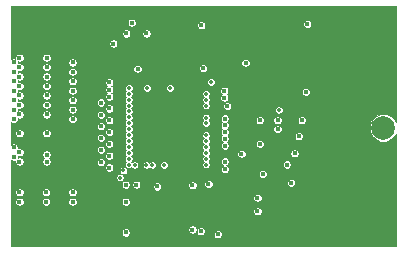
<source format=gbr>
G04 (created by PCBNEW (2013-07-07 BZR 4022)-stable) date 24/11/2015 00:30:32*
%MOIN*%
G04 Gerber Fmt 3.4, Leading zero omitted, Abs format*
%FSLAX34Y34*%
G01*
G70*
G90*
G04 APERTURE LIST*
%ADD10C,0.00590551*%
%ADD11C,0.019685*%
%ADD12C,0.0787402*%
%ADD13C,0.015748*%
%ADD14C,0.0137795*%
%ADD15C,0.00393701*%
G04 APERTURE END LIST*
G54D10*
G54D11*
X68307Y-52992D03*
X68937Y-52992D03*
X68622Y-52992D03*
X67677Y-52992D03*
X67992Y-52992D03*
X67362Y-52992D03*
X67047Y-52992D03*
X67047Y-52677D03*
X67362Y-52677D03*
X67992Y-52677D03*
X67677Y-52677D03*
X68622Y-52677D03*
X68937Y-52677D03*
X68307Y-52677D03*
X68307Y-52362D03*
X68937Y-52362D03*
X68622Y-52362D03*
X67677Y-52362D03*
X67992Y-52362D03*
X67362Y-52362D03*
X67047Y-52362D03*
X67047Y-51732D03*
X67362Y-51732D03*
X67992Y-51732D03*
X67677Y-51732D03*
X68622Y-51732D03*
X68937Y-51732D03*
X68307Y-51732D03*
X68307Y-52047D03*
X68937Y-52047D03*
X68622Y-52047D03*
X67677Y-52047D03*
X67992Y-52047D03*
X67362Y-52047D03*
X67047Y-52047D03*
X67047Y-51417D03*
X67362Y-51417D03*
X67992Y-51417D03*
X67677Y-51417D03*
X68622Y-51417D03*
X68937Y-51417D03*
X68307Y-51417D03*
X68307Y-51102D03*
X68937Y-51102D03*
X68622Y-51102D03*
X67677Y-51102D03*
X67992Y-51102D03*
X67362Y-51102D03*
X67047Y-51102D03*
G54D12*
X75196Y-52106D03*
G54D13*
X64842Y-54251D03*
X63070Y-54251D03*
X63956Y-54251D03*
X66614Y-55590D03*
X69685Y-55649D03*
X72618Y-50905D03*
X72244Y-52952D03*
X72657Y-48641D03*
X63956Y-54566D03*
X63070Y-54566D03*
X64842Y-54566D03*
X66811Y-48602D03*
X71082Y-51850D03*
X67303Y-48956D03*
X72125Y-53937D03*
X69133Y-48681D03*
X66633Y-48956D03*
X69114Y-55551D03*
X72480Y-51850D03*
X70610Y-49940D03*
X68838Y-54015D03*
X68838Y-55492D03*
X71082Y-52637D03*
X62874Y-53070D03*
X63976Y-52992D03*
X71003Y-54881D03*
X63070Y-53228D03*
X72381Y-52381D03*
X63070Y-52913D03*
X71988Y-53326D03*
X71830Y-48641D03*
X72066Y-49192D03*
X71948Y-54665D03*
X71948Y-54173D03*
X71043Y-54173D03*
X70925Y-54685D03*
X70708Y-54685D03*
X71732Y-49448D03*
X71279Y-48681D03*
X70826Y-48956D03*
X71732Y-48956D03*
X70472Y-49448D03*
X70688Y-49448D03*
X64842Y-49133D03*
X64842Y-54015D03*
X64842Y-53779D03*
X64842Y-48818D03*
X64842Y-48582D03*
X64842Y-48267D03*
X74960Y-49330D03*
X74960Y-49822D03*
X64842Y-55826D03*
X64842Y-55511D03*
X64842Y-55275D03*
X64842Y-53464D03*
X62874Y-49606D03*
X64842Y-49488D03*
X63956Y-49448D03*
X63956Y-48897D03*
X63070Y-49133D03*
X63956Y-49133D03*
X63956Y-48267D03*
X63956Y-48582D03*
X63070Y-48267D03*
X63070Y-48582D03*
X63070Y-48897D03*
X63956Y-55826D03*
X63956Y-55275D03*
X63070Y-55275D03*
X63956Y-55511D03*
X63070Y-55511D03*
X63070Y-55826D03*
X64842Y-54803D03*
X63956Y-54803D03*
X63956Y-54015D03*
X63956Y-53779D03*
X63956Y-53464D03*
X63070Y-54803D03*
X63070Y-54015D03*
X63070Y-53779D03*
X63070Y-53464D03*
X65846Y-48759D03*
X66555Y-55964D03*
X67185Y-55964D03*
X68523Y-55964D03*
X70137Y-55964D03*
X71476Y-55964D03*
X72106Y-55964D03*
X73720Y-55964D03*
X73720Y-55629D03*
X73720Y-53523D03*
X73366Y-52854D03*
X73720Y-50570D03*
X73366Y-51240D03*
X73720Y-48464D03*
X73011Y-48464D03*
X73720Y-48129D03*
X72106Y-48129D03*
X71476Y-48129D03*
X70137Y-48129D03*
X68523Y-48129D03*
X67185Y-48129D03*
X66555Y-48129D03*
X65649Y-48464D03*
X65295Y-49232D03*
X74370Y-55118D03*
X74370Y-53937D03*
X75314Y-55433D03*
X75314Y-53622D03*
X75314Y-50472D03*
X75314Y-48661D03*
X67657Y-55590D03*
X68011Y-55590D03*
X67007Y-54842D03*
X65846Y-49685D03*
X65767Y-54271D03*
G54D14*
X68484Y-50767D03*
X68287Y-50767D03*
X69074Y-53346D03*
G54D13*
X69488Y-50118D03*
X75551Y-54842D03*
X75551Y-54212D03*
X74960Y-54763D03*
X74960Y-55433D03*
X75551Y-55118D03*
X74960Y-54291D03*
X74960Y-53622D03*
X75551Y-53937D03*
X74960Y-50472D03*
X75551Y-50157D03*
X75551Y-49881D03*
X75551Y-49251D03*
X74960Y-48661D03*
X75551Y-48976D03*
X68818Y-50039D03*
X67342Y-55334D03*
X67342Y-54842D03*
X72125Y-50472D03*
G54D14*
X68877Y-50767D03*
G54D13*
X68503Y-54094D03*
X70767Y-54291D03*
G54D14*
X68877Y-53346D03*
G54D13*
X71633Y-52637D03*
X69783Y-53877D03*
X70669Y-53858D03*
X71988Y-53641D03*
X70748Y-52047D03*
X66279Y-49724D03*
X66948Y-49625D03*
X71141Y-53326D03*
X71988Y-52952D03*
X70787Y-52637D03*
X71811Y-51043D03*
X71122Y-50669D03*
X70787Y-51377D03*
X70866Y-50393D03*
X70393Y-50295D03*
X74370Y-50157D03*
X74370Y-48976D03*
X66200Y-49291D03*
X65787Y-51259D03*
G54D14*
X69291Y-51948D03*
X67500Y-53346D03*
G54D13*
X67657Y-54055D03*
G54D14*
X69448Y-50570D03*
G54D13*
X69921Y-53228D03*
X69921Y-52017D03*
G54D14*
X67322Y-50767D03*
G54D13*
X67007Y-50137D03*
X69370Y-53976D03*
G54D14*
X69291Y-51161D03*
G54D13*
X69901Y-50866D03*
X66968Y-53996D03*
X66062Y-50590D03*
G54D14*
X66712Y-52342D03*
X66712Y-51751D03*
G54D13*
X69901Y-51102D03*
G54D14*
X69291Y-53326D03*
X68090Y-50767D03*
G54D13*
X69192Y-50118D03*
G54D14*
X67893Y-53346D03*
X67303Y-53346D03*
X71712Y-51515D03*
X69291Y-50964D03*
X69291Y-53129D03*
G54D13*
X69921Y-53484D03*
X66614Y-54566D03*
G54D14*
X66909Y-53346D03*
G54D13*
X69921Y-52696D03*
X69921Y-52460D03*
G54D14*
X69291Y-52549D03*
G54D13*
X71003Y-54438D03*
G54D14*
X69291Y-52352D03*
G54D13*
X71181Y-53641D03*
G54D14*
X69291Y-52933D03*
G54D13*
X70472Y-52972D03*
G54D14*
X69291Y-51358D03*
G54D13*
X70000Y-51377D03*
X63976Y-53228D03*
X69921Y-52244D03*
X69921Y-51791D03*
X62874Y-52755D03*
X66062Y-52244D03*
X63976Y-50708D03*
X65787Y-52047D03*
X64842Y-50551D03*
X62874Y-50551D03*
G54D14*
X66712Y-51948D03*
G54D13*
X63976Y-49763D03*
X66062Y-50826D03*
X63070Y-49763D03*
G54D14*
X66712Y-50767D03*
G54D13*
X63976Y-50393D03*
X66062Y-51850D03*
X63070Y-50393D03*
G54D14*
X66712Y-51555D03*
G54D13*
X64842Y-50236D03*
X65787Y-51673D03*
X62874Y-50236D03*
G54D14*
X66712Y-51358D03*
G54D13*
X63976Y-50078D03*
X66062Y-51456D03*
G54D14*
X66712Y-51161D03*
G54D13*
X63070Y-50078D03*
X64842Y-49921D03*
X66062Y-51062D03*
X62874Y-49921D03*
G54D14*
X66712Y-50964D03*
G54D13*
X63070Y-50708D03*
G54D14*
X66712Y-52145D03*
G54D13*
X63976Y-52283D03*
G54D14*
X69291Y-51761D03*
G54D13*
X71673Y-51850D03*
X65787Y-52440D03*
X64842Y-50866D03*
X66062Y-52637D03*
X63976Y-51023D03*
G54D14*
X66712Y-52736D03*
G54D13*
X63070Y-51023D03*
X63976Y-51653D03*
G54D14*
X66535Y-53523D03*
G54D13*
X63070Y-51653D03*
X66614Y-53996D03*
X64842Y-51811D03*
X65787Y-52834D03*
X62874Y-51181D03*
G54D14*
X66712Y-52933D03*
G54D13*
X64842Y-51496D03*
X66062Y-53031D03*
X62874Y-51496D03*
G54D14*
X66712Y-53129D03*
G54D13*
X64842Y-51181D03*
X65787Y-53248D03*
G54D14*
X66712Y-53326D03*
G54D13*
X62874Y-51811D03*
X63976Y-51338D03*
X66062Y-53425D03*
X63070Y-51338D03*
G54D14*
X66417Y-53759D03*
G54D13*
X62874Y-50866D03*
G54D14*
X66712Y-52539D03*
G54D13*
X63070Y-52283D03*
X71673Y-52145D03*
G54D14*
X69291Y-52746D03*
G54D10*
G36*
X75610Y-56043D02*
X72795Y-56043D01*
X72795Y-48614D01*
X72774Y-48563D01*
X72735Y-48524D01*
X72685Y-48503D01*
X72630Y-48503D01*
X72579Y-48524D01*
X72540Y-48563D01*
X72519Y-48614D01*
X72519Y-48669D01*
X72540Y-48719D01*
X72579Y-48758D01*
X72629Y-48779D01*
X72684Y-48779D01*
X72735Y-48758D01*
X72774Y-48719D01*
X72795Y-48669D01*
X72795Y-48614D01*
X72795Y-56043D01*
X72755Y-56043D01*
X72755Y-50878D01*
X72734Y-50827D01*
X72696Y-50788D01*
X72645Y-50767D01*
X72590Y-50767D01*
X72540Y-50788D01*
X72501Y-50827D01*
X72480Y-50877D01*
X72480Y-50932D01*
X72501Y-50983D01*
X72539Y-51022D01*
X72590Y-51043D01*
X72645Y-51043D01*
X72696Y-51022D01*
X72734Y-50983D01*
X72755Y-50933D01*
X72755Y-50878D01*
X72755Y-56043D01*
X72618Y-56043D01*
X72618Y-51823D01*
X72597Y-51772D01*
X72558Y-51733D01*
X72507Y-51712D01*
X72453Y-51712D01*
X72402Y-51733D01*
X72363Y-51772D01*
X72342Y-51822D01*
X72342Y-51877D01*
X72363Y-51928D01*
X72402Y-51967D01*
X72452Y-51988D01*
X72507Y-51988D01*
X72558Y-51967D01*
X72597Y-51928D01*
X72618Y-51877D01*
X72618Y-51823D01*
X72618Y-56043D01*
X72519Y-56043D01*
X72519Y-52354D01*
X72498Y-52303D01*
X72460Y-52265D01*
X72409Y-52244D01*
X72354Y-52244D01*
X72303Y-52265D01*
X72265Y-52303D01*
X72244Y-52354D01*
X72244Y-52409D01*
X72265Y-52459D01*
X72303Y-52498D01*
X72354Y-52519D01*
X72409Y-52519D01*
X72459Y-52498D01*
X72498Y-52460D01*
X72519Y-52409D01*
X72519Y-52354D01*
X72519Y-56043D01*
X72381Y-56043D01*
X72381Y-52925D01*
X72360Y-52874D01*
X72322Y-52836D01*
X72271Y-52814D01*
X72216Y-52814D01*
X72166Y-52835D01*
X72127Y-52874D01*
X72106Y-52925D01*
X72106Y-52980D01*
X72127Y-53030D01*
X72165Y-53069D01*
X72216Y-53090D01*
X72271Y-53090D01*
X72322Y-53069D01*
X72360Y-53030D01*
X72381Y-52980D01*
X72381Y-52925D01*
X72381Y-56043D01*
X72263Y-56043D01*
X72263Y-53909D01*
X72242Y-53859D01*
X72204Y-53820D01*
X72153Y-53799D01*
X72126Y-53799D01*
X72126Y-53299D01*
X72105Y-53248D01*
X72066Y-53210D01*
X72015Y-53189D01*
X71960Y-53188D01*
X71910Y-53209D01*
X71871Y-53248D01*
X71850Y-53299D01*
X71850Y-53354D01*
X71871Y-53404D01*
X71910Y-53443D01*
X71960Y-53464D01*
X72015Y-53464D01*
X72066Y-53443D01*
X72104Y-53404D01*
X72125Y-53354D01*
X72126Y-53299D01*
X72126Y-53799D01*
X72098Y-53799D01*
X72048Y-53820D01*
X72009Y-53858D01*
X71988Y-53909D01*
X71988Y-53964D01*
X72009Y-54014D01*
X72047Y-54053D01*
X72098Y-54074D01*
X72153Y-54074D01*
X72203Y-54053D01*
X72242Y-54015D01*
X72263Y-53964D01*
X72263Y-53909D01*
X72263Y-56043D01*
X71840Y-56043D01*
X71840Y-51490D01*
X71821Y-51443D01*
X71785Y-51407D01*
X71738Y-51387D01*
X71687Y-51387D01*
X71640Y-51407D01*
X71604Y-51443D01*
X71584Y-51490D01*
X71584Y-51541D01*
X71604Y-51588D01*
X71640Y-51624D01*
X71687Y-51643D01*
X71737Y-51643D01*
X71784Y-51624D01*
X71821Y-51588D01*
X71840Y-51541D01*
X71840Y-51490D01*
X71840Y-56043D01*
X71811Y-56043D01*
X71811Y-52118D01*
X71811Y-51823D01*
X71790Y-51772D01*
X71751Y-51733D01*
X71700Y-51712D01*
X71645Y-51712D01*
X71595Y-51733D01*
X71556Y-51772D01*
X71535Y-51822D01*
X71535Y-51877D01*
X71556Y-51928D01*
X71595Y-51967D01*
X71645Y-51988D01*
X71700Y-51988D01*
X71751Y-51967D01*
X71789Y-51928D01*
X71810Y-51877D01*
X71811Y-51823D01*
X71811Y-52118D01*
X71790Y-52067D01*
X71751Y-52028D01*
X71700Y-52007D01*
X71645Y-52007D01*
X71595Y-52028D01*
X71556Y-52067D01*
X71535Y-52118D01*
X71535Y-52172D01*
X71556Y-52223D01*
X71595Y-52262D01*
X71645Y-52283D01*
X71700Y-52283D01*
X71751Y-52262D01*
X71789Y-52223D01*
X71810Y-52173D01*
X71811Y-52118D01*
X71811Y-56043D01*
X71318Y-56043D01*
X71318Y-53614D01*
X71297Y-53563D01*
X71259Y-53524D01*
X71220Y-53508D01*
X71220Y-52610D01*
X71220Y-51823D01*
X71199Y-51772D01*
X71160Y-51733D01*
X71110Y-51712D01*
X71055Y-51712D01*
X71004Y-51733D01*
X70965Y-51772D01*
X70944Y-51822D01*
X70944Y-51877D01*
X70965Y-51928D01*
X71004Y-51967D01*
X71055Y-51988D01*
X71109Y-51988D01*
X71160Y-51967D01*
X71199Y-51928D01*
X71220Y-51877D01*
X71220Y-51823D01*
X71220Y-52610D01*
X71199Y-52559D01*
X71160Y-52521D01*
X71110Y-52500D01*
X71055Y-52499D01*
X71004Y-52520D01*
X70965Y-52559D01*
X70944Y-52610D01*
X70944Y-52665D01*
X70965Y-52715D01*
X71004Y-52754D01*
X71055Y-52775D01*
X71109Y-52775D01*
X71160Y-52754D01*
X71199Y-52715D01*
X71220Y-52665D01*
X71220Y-52610D01*
X71220Y-53508D01*
X71208Y-53503D01*
X71153Y-53503D01*
X71103Y-53524D01*
X71064Y-53563D01*
X71043Y-53614D01*
X71043Y-53669D01*
X71064Y-53719D01*
X71102Y-53758D01*
X71153Y-53779D01*
X71208Y-53779D01*
X71259Y-53758D01*
X71297Y-53719D01*
X71318Y-53669D01*
X71318Y-53614D01*
X71318Y-56043D01*
X71141Y-56043D01*
X71141Y-54854D01*
X71141Y-54411D01*
X71120Y-54361D01*
X71082Y-54322D01*
X71031Y-54301D01*
X70976Y-54301D01*
X70925Y-54322D01*
X70887Y-54360D01*
X70866Y-54411D01*
X70866Y-54466D01*
X70887Y-54516D01*
X70925Y-54555D01*
X70976Y-54576D01*
X71031Y-54576D01*
X71081Y-54555D01*
X71120Y-54517D01*
X71141Y-54466D01*
X71141Y-54411D01*
X71141Y-54854D01*
X71120Y-54803D01*
X71082Y-54765D01*
X71031Y-54744D01*
X70976Y-54744D01*
X70925Y-54765D01*
X70887Y-54803D01*
X70866Y-54854D01*
X70866Y-54909D01*
X70887Y-54959D01*
X70925Y-54998D01*
X70976Y-55019D01*
X71031Y-55019D01*
X71081Y-54998D01*
X71120Y-54960D01*
X71141Y-54909D01*
X71141Y-54854D01*
X71141Y-56043D01*
X70748Y-56043D01*
X70748Y-49913D01*
X70727Y-49862D01*
X70688Y-49824D01*
X70637Y-49803D01*
X70582Y-49803D01*
X70532Y-49824D01*
X70493Y-49862D01*
X70472Y-49913D01*
X70472Y-49968D01*
X70493Y-50018D01*
X70532Y-50057D01*
X70582Y-50078D01*
X70637Y-50078D01*
X70688Y-50057D01*
X70726Y-50019D01*
X70748Y-49968D01*
X70748Y-49913D01*
X70748Y-56043D01*
X70610Y-56043D01*
X70610Y-52945D01*
X70589Y-52894D01*
X70550Y-52855D01*
X70499Y-52834D01*
X70445Y-52834D01*
X70394Y-52855D01*
X70355Y-52894D01*
X70334Y-52944D01*
X70334Y-52999D01*
X70355Y-53050D01*
X70394Y-53089D01*
X70444Y-53110D01*
X70499Y-53110D01*
X70550Y-53089D01*
X70589Y-53050D01*
X70610Y-52999D01*
X70610Y-52945D01*
X70610Y-56043D01*
X70137Y-56043D01*
X70137Y-51350D01*
X70116Y-51300D01*
X70078Y-51261D01*
X70039Y-51245D01*
X70039Y-51075D01*
X70018Y-51024D01*
X69979Y-50985D01*
X69976Y-50984D01*
X69979Y-50983D01*
X70018Y-50944D01*
X70039Y-50893D01*
X70039Y-50838D01*
X70018Y-50788D01*
X69979Y-50749D01*
X69929Y-50728D01*
X69874Y-50728D01*
X69823Y-50749D01*
X69784Y-50787D01*
X69763Y-50838D01*
X69763Y-50893D01*
X69784Y-50944D01*
X69823Y-50982D01*
X69826Y-50984D01*
X69823Y-50985D01*
X69784Y-51024D01*
X69763Y-51074D01*
X69763Y-51129D01*
X69784Y-51180D01*
X69823Y-51219D01*
X69874Y-51240D01*
X69928Y-51240D01*
X69979Y-51219D01*
X70018Y-51180D01*
X70039Y-51129D01*
X70039Y-51075D01*
X70039Y-51245D01*
X70027Y-51240D01*
X69972Y-51240D01*
X69922Y-51261D01*
X69883Y-51299D01*
X69862Y-51350D01*
X69862Y-51405D01*
X69883Y-51455D01*
X69921Y-51494D01*
X69972Y-51515D01*
X70027Y-51515D01*
X70077Y-51494D01*
X70116Y-51456D01*
X70137Y-51405D01*
X70137Y-51350D01*
X70137Y-56043D01*
X70059Y-56043D01*
X70059Y-53456D01*
X70038Y-53406D01*
X69999Y-53367D01*
X69972Y-53356D01*
X69999Y-53345D01*
X70038Y-53306D01*
X70059Y-53255D01*
X70059Y-53201D01*
X70059Y-52669D01*
X70038Y-52618D01*
X69999Y-52580D01*
X69996Y-52578D01*
X69999Y-52577D01*
X70038Y-52538D01*
X70059Y-52488D01*
X70059Y-52433D01*
X70038Y-52382D01*
X70007Y-52352D01*
X70038Y-52322D01*
X70059Y-52271D01*
X70059Y-52216D01*
X70038Y-52166D01*
X70002Y-52130D01*
X70038Y-52095D01*
X70059Y-52045D01*
X70059Y-51990D01*
X70038Y-51939D01*
X70002Y-51904D01*
X70038Y-51869D01*
X70059Y-51818D01*
X70059Y-51764D01*
X70038Y-51713D01*
X69999Y-51674D01*
X69948Y-51653D01*
X69893Y-51653D01*
X69843Y-51674D01*
X69804Y-51713D01*
X69783Y-51763D01*
X69783Y-51818D01*
X69804Y-51869D01*
X69839Y-51904D01*
X69804Y-51939D01*
X69783Y-51990D01*
X69783Y-52045D01*
X69804Y-52095D01*
X69839Y-52130D01*
X69804Y-52165D01*
X69783Y-52216D01*
X69783Y-52271D01*
X69804Y-52322D01*
X69834Y-52352D01*
X69804Y-52382D01*
X69783Y-52433D01*
X69783Y-52487D01*
X69804Y-52538D01*
X69843Y-52577D01*
X69846Y-52578D01*
X69843Y-52579D01*
X69804Y-52618D01*
X69783Y-52669D01*
X69783Y-52724D01*
X69804Y-52774D01*
X69843Y-52813D01*
X69893Y-52834D01*
X69948Y-52834D01*
X69999Y-52813D01*
X70038Y-52775D01*
X70059Y-52724D01*
X70059Y-52669D01*
X70059Y-53201D01*
X70038Y-53150D01*
X69999Y-53111D01*
X69948Y-53090D01*
X69893Y-53090D01*
X69843Y-53111D01*
X69804Y-53150D01*
X69783Y-53200D01*
X69783Y-53255D01*
X69804Y-53306D01*
X69843Y-53345D01*
X69870Y-53356D01*
X69843Y-53367D01*
X69804Y-53406D01*
X69783Y-53456D01*
X69783Y-53511D01*
X69804Y-53562D01*
X69843Y-53601D01*
X69893Y-53622D01*
X69948Y-53622D01*
X69999Y-53601D01*
X70038Y-53562D01*
X70059Y-53511D01*
X70059Y-53456D01*
X70059Y-56043D01*
X69822Y-56043D01*
X69822Y-55622D01*
X69801Y-55571D01*
X69763Y-55532D01*
X69712Y-55511D01*
X69657Y-55511D01*
X69607Y-55532D01*
X69576Y-55562D01*
X69576Y-50545D01*
X69557Y-50498D01*
X69521Y-50462D01*
X69474Y-50442D01*
X69423Y-50442D01*
X69376Y-50462D01*
X69340Y-50498D01*
X69330Y-50521D01*
X69330Y-50090D01*
X69309Y-50040D01*
X69271Y-50001D01*
X69271Y-48653D01*
X69250Y-48603D01*
X69212Y-48564D01*
X69161Y-48543D01*
X69106Y-48543D01*
X69055Y-48564D01*
X69017Y-48602D01*
X68996Y-48653D01*
X68996Y-48708D01*
X69016Y-48759D01*
X69055Y-48797D01*
X69106Y-48818D01*
X69161Y-48818D01*
X69211Y-48797D01*
X69250Y-48759D01*
X69271Y-48708D01*
X69271Y-48653D01*
X69271Y-50001D01*
X69271Y-50001D01*
X69220Y-49980D01*
X69165Y-49980D01*
X69114Y-50001D01*
X69076Y-50039D01*
X69055Y-50090D01*
X69055Y-50145D01*
X69076Y-50196D01*
X69114Y-50234D01*
X69165Y-50255D01*
X69220Y-50255D01*
X69270Y-50234D01*
X69309Y-50196D01*
X69330Y-50145D01*
X69330Y-50090D01*
X69330Y-50521D01*
X69320Y-50545D01*
X69320Y-50596D01*
X69340Y-50643D01*
X69376Y-50679D01*
X69423Y-50698D01*
X69474Y-50698D01*
X69521Y-50679D01*
X69557Y-50643D01*
X69576Y-50596D01*
X69576Y-50545D01*
X69576Y-55562D01*
X69568Y-55571D01*
X69547Y-55622D01*
X69547Y-55676D01*
X69568Y-55727D01*
X69606Y-55766D01*
X69657Y-55787D01*
X69712Y-55787D01*
X69762Y-55766D01*
X69801Y-55727D01*
X69822Y-55677D01*
X69822Y-55622D01*
X69822Y-56043D01*
X69507Y-56043D01*
X69507Y-53949D01*
X69486Y-53898D01*
X69448Y-53859D01*
X69419Y-53847D01*
X69419Y-53301D01*
X69399Y-53254D01*
X69373Y-53228D01*
X69399Y-53202D01*
X69419Y-53155D01*
X69419Y-53104D01*
X69399Y-53057D01*
X69373Y-53031D01*
X69399Y-53005D01*
X69419Y-52958D01*
X69419Y-52907D01*
X69399Y-52860D01*
X69378Y-52839D01*
X69399Y-52818D01*
X69419Y-52771D01*
X69419Y-52720D01*
X69399Y-52673D01*
X69373Y-52647D01*
X69399Y-52621D01*
X69419Y-52574D01*
X69419Y-52523D01*
X69399Y-52476D01*
X69373Y-52450D01*
X69399Y-52424D01*
X69419Y-52377D01*
X69419Y-52327D01*
X69419Y-51923D01*
X69399Y-51876D01*
X69378Y-51855D01*
X69399Y-51834D01*
X69419Y-51787D01*
X69419Y-51736D01*
X69419Y-51332D01*
X69399Y-51285D01*
X69373Y-51259D01*
X69399Y-51233D01*
X69419Y-51186D01*
X69419Y-51136D01*
X69399Y-51089D01*
X69373Y-51062D01*
X69399Y-51037D01*
X69419Y-50990D01*
X69419Y-50939D01*
X69399Y-50892D01*
X69363Y-50856D01*
X69316Y-50836D01*
X69265Y-50836D01*
X69218Y-50856D01*
X69182Y-50891D01*
X69163Y-50939D01*
X69163Y-50989D01*
X69182Y-51036D01*
X69208Y-51063D01*
X69182Y-51088D01*
X69163Y-51135D01*
X69163Y-51186D01*
X69182Y-51233D01*
X69208Y-51259D01*
X69182Y-51285D01*
X69163Y-51332D01*
X69163Y-51383D01*
X69182Y-51430D01*
X69218Y-51466D01*
X69265Y-51486D01*
X69316Y-51486D01*
X69363Y-51466D01*
X69399Y-51430D01*
X69419Y-51383D01*
X69419Y-51332D01*
X69419Y-51736D01*
X69399Y-51689D01*
X69363Y-51653D01*
X69316Y-51633D01*
X69265Y-51633D01*
X69218Y-51653D01*
X69182Y-51689D01*
X69163Y-51736D01*
X69163Y-51787D01*
X69182Y-51834D01*
X69203Y-51855D01*
X69182Y-51876D01*
X69163Y-51923D01*
X69163Y-51974D01*
X69182Y-52021D01*
X69218Y-52057D01*
X69265Y-52076D01*
X69316Y-52076D01*
X69363Y-52057D01*
X69399Y-52021D01*
X69419Y-51974D01*
X69419Y-51923D01*
X69419Y-52327D01*
X69399Y-52279D01*
X69363Y-52243D01*
X69316Y-52224D01*
X69265Y-52224D01*
X69218Y-52243D01*
X69182Y-52279D01*
X69163Y-52326D01*
X69163Y-52377D01*
X69182Y-52424D01*
X69208Y-52450D01*
X69182Y-52476D01*
X69163Y-52523D01*
X69163Y-52574D01*
X69182Y-52621D01*
X69208Y-52647D01*
X69182Y-52673D01*
X69163Y-52720D01*
X69163Y-52771D01*
X69182Y-52818D01*
X69203Y-52839D01*
X69182Y-52860D01*
X69163Y-52907D01*
X69163Y-52958D01*
X69182Y-53005D01*
X69208Y-53031D01*
X69182Y-53057D01*
X69163Y-53104D01*
X69163Y-53155D01*
X69182Y-53202D01*
X69208Y-53228D01*
X69182Y-53254D01*
X69163Y-53301D01*
X69163Y-53352D01*
X69182Y-53399D01*
X69218Y-53435D01*
X69265Y-53454D01*
X69316Y-53454D01*
X69363Y-53435D01*
X69399Y-53399D01*
X69419Y-53352D01*
X69419Y-53301D01*
X69419Y-53847D01*
X69397Y-53838D01*
X69342Y-53838D01*
X69292Y-53859D01*
X69253Y-53898D01*
X69232Y-53948D01*
X69232Y-54003D01*
X69253Y-54054D01*
X69291Y-54093D01*
X69342Y-54114D01*
X69397Y-54114D01*
X69448Y-54093D01*
X69486Y-54054D01*
X69507Y-54003D01*
X69507Y-53949D01*
X69507Y-56043D01*
X69251Y-56043D01*
X69251Y-55523D01*
X69231Y-55473D01*
X69192Y-55434D01*
X69141Y-55413D01*
X69086Y-55413D01*
X69036Y-55434D01*
X68997Y-55473D01*
X68976Y-55523D01*
X68976Y-55464D01*
X68976Y-53988D01*
X68955Y-53937D01*
X68916Y-53898D01*
X68866Y-53877D01*
X68811Y-53877D01*
X68760Y-53898D01*
X68721Y-53937D01*
X68700Y-53988D01*
X68700Y-54043D01*
X68721Y-54093D01*
X68760Y-54132D01*
X68811Y-54153D01*
X68865Y-54153D01*
X68916Y-54132D01*
X68955Y-54093D01*
X68976Y-54043D01*
X68976Y-53988D01*
X68976Y-55464D01*
X68955Y-55414D01*
X68916Y-55375D01*
X68866Y-55354D01*
X68811Y-55354D01*
X68760Y-55375D01*
X68721Y-55413D01*
X68700Y-55464D01*
X68700Y-55519D01*
X68721Y-55570D01*
X68760Y-55608D01*
X68811Y-55629D01*
X68865Y-55629D01*
X68916Y-55609D01*
X68955Y-55570D01*
X68976Y-55519D01*
X68976Y-55464D01*
X68976Y-55523D01*
X68976Y-55578D01*
X68997Y-55629D01*
X69036Y-55667D01*
X69086Y-55688D01*
X69141Y-55689D01*
X69192Y-55668D01*
X69230Y-55629D01*
X69251Y-55578D01*
X69251Y-55523D01*
X69251Y-56043D01*
X68218Y-56043D01*
X68218Y-50742D01*
X68199Y-50695D01*
X68163Y-50659D01*
X68116Y-50639D01*
X68065Y-50639D01*
X68018Y-50659D01*
X67982Y-50695D01*
X67962Y-50742D01*
X67962Y-50793D01*
X67982Y-50840D01*
X68017Y-50876D01*
X68064Y-50895D01*
X68115Y-50895D01*
X68162Y-50876D01*
X68198Y-50840D01*
X68218Y-50793D01*
X68218Y-50742D01*
X68218Y-56043D01*
X68021Y-56043D01*
X68021Y-53321D01*
X68002Y-53274D01*
X67966Y-53238D01*
X67919Y-53218D01*
X67868Y-53218D01*
X67821Y-53237D01*
X67785Y-53273D01*
X67765Y-53320D01*
X67765Y-53371D01*
X67785Y-53418D01*
X67821Y-53454D01*
X67868Y-53474D01*
X67919Y-53474D01*
X67966Y-53454D01*
X68002Y-53419D01*
X68021Y-53372D01*
X68021Y-53321D01*
X68021Y-56043D01*
X67795Y-56043D01*
X67795Y-54027D01*
X67774Y-53977D01*
X67735Y-53938D01*
X67685Y-53917D01*
X67630Y-53917D01*
X67627Y-53918D01*
X67627Y-53321D01*
X67608Y-53274D01*
X67572Y-53238D01*
X67525Y-53218D01*
X67474Y-53218D01*
X67450Y-53228D01*
X67450Y-50742D01*
X67440Y-50718D01*
X67440Y-48929D01*
X67420Y-48878D01*
X67381Y-48839D01*
X67330Y-48818D01*
X67275Y-48818D01*
X67225Y-48839D01*
X67186Y-48878D01*
X67165Y-48929D01*
X67165Y-48983D01*
X67186Y-49034D01*
X67224Y-49073D01*
X67275Y-49094D01*
X67330Y-49094D01*
X67381Y-49073D01*
X67419Y-49034D01*
X67440Y-48984D01*
X67440Y-48929D01*
X67440Y-50718D01*
X67431Y-50695D01*
X67395Y-50659D01*
X67348Y-50639D01*
X67297Y-50639D01*
X67250Y-50659D01*
X67214Y-50695D01*
X67194Y-50742D01*
X67194Y-50793D01*
X67214Y-50840D01*
X67250Y-50876D01*
X67297Y-50895D01*
X67348Y-50895D01*
X67395Y-50876D01*
X67431Y-50840D01*
X67450Y-50793D01*
X67450Y-50742D01*
X67450Y-53228D01*
X67427Y-53237D01*
X67401Y-53263D01*
X67375Y-53238D01*
X67328Y-53218D01*
X67277Y-53218D01*
X67230Y-53237D01*
X67194Y-53273D01*
X67175Y-53320D01*
X67175Y-53371D01*
X67194Y-53418D01*
X67230Y-53454D01*
X67277Y-53474D01*
X67328Y-53474D01*
X67375Y-53454D01*
X67401Y-53428D01*
X67427Y-53454D01*
X67474Y-53474D01*
X67525Y-53474D01*
X67572Y-53454D01*
X67608Y-53419D01*
X67627Y-53372D01*
X67627Y-53321D01*
X67627Y-53918D01*
X67579Y-53938D01*
X67540Y-53976D01*
X67519Y-54027D01*
X67519Y-54082D01*
X67540Y-54133D01*
X67579Y-54171D01*
X67629Y-54192D01*
X67684Y-54192D01*
X67735Y-54172D01*
X67774Y-54133D01*
X67795Y-54082D01*
X67795Y-54027D01*
X67795Y-56043D01*
X67145Y-56043D01*
X67145Y-50110D01*
X67124Y-50059D01*
X67086Y-50021D01*
X67035Y-50000D01*
X66980Y-49999D01*
X66948Y-50013D01*
X66948Y-48575D01*
X66927Y-48524D01*
X66889Y-48485D01*
X66838Y-48464D01*
X66783Y-48464D01*
X66733Y-48485D01*
X66694Y-48524D01*
X66673Y-48574D01*
X66673Y-48629D01*
X66694Y-48680D01*
X66732Y-48719D01*
X66783Y-48740D01*
X66838Y-48740D01*
X66888Y-48719D01*
X66927Y-48680D01*
X66948Y-48629D01*
X66948Y-48575D01*
X66948Y-50013D01*
X66929Y-50020D01*
X66891Y-50059D01*
X66870Y-50110D01*
X66870Y-50165D01*
X66890Y-50215D01*
X66929Y-50254D01*
X66980Y-50275D01*
X67035Y-50275D01*
X67085Y-50254D01*
X67124Y-50215D01*
X67145Y-50165D01*
X67145Y-50110D01*
X67145Y-56043D01*
X67106Y-56043D01*
X67106Y-53968D01*
X67085Y-53918D01*
X67046Y-53879D01*
X67037Y-53875D01*
X67037Y-53321D01*
X67017Y-53274D01*
X66982Y-53238D01*
X66935Y-53218D01*
X66884Y-53218D01*
X66837Y-53237D01*
X66820Y-53254D01*
X66795Y-53228D01*
X66821Y-53202D01*
X66840Y-53155D01*
X66840Y-53104D01*
X66821Y-53057D01*
X66795Y-53031D01*
X66821Y-53005D01*
X66840Y-52958D01*
X66840Y-52907D01*
X66821Y-52860D01*
X66795Y-52834D01*
X66821Y-52808D01*
X66840Y-52761D01*
X66840Y-52710D01*
X66821Y-52663D01*
X66795Y-52637D01*
X66821Y-52611D01*
X66840Y-52564D01*
X66840Y-52514D01*
X66821Y-52466D01*
X66795Y-52440D01*
X66821Y-52415D01*
X66840Y-52368D01*
X66840Y-52317D01*
X66821Y-52270D01*
X66795Y-52244D01*
X66821Y-52218D01*
X66840Y-52171D01*
X66840Y-52120D01*
X66821Y-52073D01*
X66795Y-52047D01*
X66821Y-52021D01*
X66840Y-51974D01*
X66840Y-51923D01*
X66821Y-51876D01*
X66795Y-51850D01*
X66821Y-51824D01*
X66840Y-51777D01*
X66840Y-51726D01*
X66821Y-51679D01*
X66795Y-51653D01*
X66821Y-51627D01*
X66840Y-51580D01*
X66840Y-51529D01*
X66821Y-51482D01*
X66795Y-51456D01*
X66821Y-51430D01*
X66840Y-51383D01*
X66840Y-51332D01*
X66821Y-51285D01*
X66795Y-51259D01*
X66821Y-51233D01*
X66840Y-51186D01*
X66840Y-51136D01*
X66821Y-51089D01*
X66795Y-51062D01*
X66821Y-51037D01*
X66840Y-50990D01*
X66840Y-50939D01*
X66821Y-50892D01*
X66795Y-50866D01*
X66821Y-50840D01*
X66840Y-50793D01*
X66840Y-50742D01*
X66821Y-50695D01*
X66785Y-50659D01*
X66771Y-50653D01*
X66771Y-48929D01*
X66750Y-48878D01*
X66712Y-48839D01*
X66661Y-48818D01*
X66606Y-48818D01*
X66555Y-48839D01*
X66517Y-48878D01*
X66496Y-48929D01*
X66496Y-48983D01*
X66516Y-49034D01*
X66555Y-49073D01*
X66606Y-49094D01*
X66661Y-49094D01*
X66711Y-49073D01*
X66750Y-49034D01*
X66771Y-48984D01*
X66771Y-48929D01*
X66771Y-50653D01*
X66738Y-50639D01*
X66687Y-50639D01*
X66640Y-50659D01*
X66604Y-50695D01*
X66584Y-50742D01*
X66584Y-50793D01*
X66604Y-50840D01*
X66630Y-50866D01*
X66604Y-50891D01*
X66584Y-50939D01*
X66584Y-50989D01*
X66604Y-51036D01*
X66630Y-51063D01*
X66604Y-51088D01*
X66584Y-51135D01*
X66584Y-51186D01*
X66604Y-51233D01*
X66630Y-51259D01*
X66604Y-51285D01*
X66584Y-51332D01*
X66584Y-51383D01*
X66604Y-51430D01*
X66630Y-51456D01*
X66604Y-51482D01*
X66584Y-51529D01*
X66584Y-51580D01*
X66604Y-51627D01*
X66630Y-51653D01*
X66604Y-51679D01*
X66584Y-51726D01*
X66584Y-51777D01*
X66604Y-51824D01*
X66630Y-51850D01*
X66604Y-51876D01*
X66584Y-51923D01*
X66584Y-51974D01*
X66604Y-52021D01*
X66630Y-52047D01*
X66604Y-52073D01*
X66584Y-52120D01*
X66584Y-52171D01*
X66604Y-52218D01*
X66630Y-52244D01*
X66604Y-52269D01*
X66584Y-52316D01*
X66584Y-52367D01*
X66604Y-52414D01*
X66630Y-52440D01*
X66604Y-52466D01*
X66584Y-52513D01*
X66584Y-52564D01*
X66604Y-52611D01*
X66630Y-52637D01*
X66604Y-52663D01*
X66584Y-52710D01*
X66584Y-52761D01*
X66604Y-52808D01*
X66630Y-52834D01*
X66604Y-52860D01*
X66584Y-52907D01*
X66584Y-52958D01*
X66604Y-53005D01*
X66630Y-53031D01*
X66604Y-53057D01*
X66584Y-53104D01*
X66584Y-53155D01*
X66604Y-53202D01*
X66630Y-53228D01*
X66604Y-53254D01*
X66584Y-53301D01*
X66584Y-53352D01*
X66604Y-53399D01*
X66640Y-53435D01*
X66687Y-53454D01*
X66737Y-53454D01*
X66784Y-53435D01*
X66801Y-53419D01*
X66836Y-53454D01*
X66883Y-53474D01*
X66934Y-53474D01*
X66981Y-53454D01*
X67017Y-53419D01*
X67037Y-53372D01*
X67037Y-53321D01*
X67037Y-53875D01*
X66996Y-53858D01*
X66941Y-53858D01*
X66890Y-53879D01*
X66851Y-53917D01*
X66830Y-53968D01*
X66830Y-54023D01*
X66851Y-54074D01*
X66890Y-54112D01*
X66940Y-54133D01*
X66995Y-54133D01*
X67046Y-54112D01*
X67085Y-54074D01*
X67106Y-54023D01*
X67106Y-53968D01*
X67106Y-56043D01*
X66751Y-56043D01*
X66751Y-55563D01*
X66751Y-54539D01*
X66751Y-53968D01*
X66731Y-53918D01*
X66692Y-53879D01*
X66663Y-53867D01*
X66663Y-53498D01*
X66643Y-53451D01*
X66608Y-53415D01*
X66560Y-53395D01*
X66510Y-53395D01*
X66463Y-53415D01*
X66427Y-53451D01*
X66407Y-53498D01*
X66407Y-53548D01*
X66426Y-53596D01*
X66462Y-53632D01*
X66509Y-53651D01*
X66560Y-53651D01*
X66607Y-53632D01*
X66643Y-53596D01*
X66663Y-53549D01*
X66663Y-53498D01*
X66663Y-53867D01*
X66641Y-53858D01*
X66586Y-53858D01*
X66545Y-53875D01*
X66545Y-53734D01*
X66525Y-53687D01*
X66489Y-53651D01*
X66442Y-53631D01*
X66391Y-53631D01*
X66344Y-53651D01*
X66338Y-53657D01*
X66338Y-49264D01*
X66317Y-49213D01*
X66278Y-49174D01*
X66228Y-49153D01*
X66173Y-49153D01*
X66122Y-49174D01*
X66084Y-49213D01*
X66063Y-49263D01*
X66062Y-49318D01*
X66083Y-49369D01*
X66122Y-49408D01*
X66173Y-49429D01*
X66228Y-49429D01*
X66278Y-49408D01*
X66317Y-49369D01*
X66338Y-49318D01*
X66338Y-49264D01*
X66338Y-53657D01*
X66308Y-53687D01*
X66289Y-53734D01*
X66289Y-53785D01*
X66308Y-53832D01*
X66344Y-53868D01*
X66391Y-53887D01*
X66442Y-53887D01*
X66489Y-53868D01*
X66525Y-53832D01*
X66545Y-53785D01*
X66545Y-53734D01*
X66545Y-53875D01*
X66536Y-53879D01*
X66497Y-53917D01*
X66476Y-53968D01*
X66476Y-54023D01*
X66497Y-54074D01*
X66536Y-54112D01*
X66586Y-54133D01*
X66641Y-54133D01*
X66692Y-54112D01*
X66730Y-54074D01*
X66751Y-54023D01*
X66751Y-53968D01*
X66751Y-54539D01*
X66731Y-54488D01*
X66692Y-54450D01*
X66641Y-54429D01*
X66586Y-54429D01*
X66536Y-54450D01*
X66497Y-54488D01*
X66476Y-54539D01*
X66476Y-54594D01*
X66497Y-54644D01*
X66536Y-54683D01*
X66586Y-54704D01*
X66641Y-54704D01*
X66692Y-54683D01*
X66730Y-54645D01*
X66751Y-54594D01*
X66751Y-54539D01*
X66751Y-55563D01*
X66731Y-55512D01*
X66692Y-55473D01*
X66641Y-55452D01*
X66586Y-55452D01*
X66536Y-55473D01*
X66497Y-55512D01*
X66476Y-55563D01*
X66476Y-55617D01*
X66497Y-55668D01*
X66536Y-55707D01*
X66586Y-55728D01*
X66641Y-55728D01*
X66692Y-55707D01*
X66730Y-55668D01*
X66751Y-55618D01*
X66751Y-55563D01*
X66751Y-56043D01*
X66200Y-56043D01*
X66200Y-53397D01*
X66200Y-53004D01*
X66200Y-52610D01*
X66200Y-52216D01*
X66200Y-51823D01*
X66200Y-51429D01*
X66200Y-51035D01*
X66179Y-50985D01*
X66141Y-50946D01*
X66137Y-50944D01*
X66140Y-50943D01*
X66179Y-50904D01*
X66200Y-50854D01*
X66200Y-50799D01*
X66179Y-50748D01*
X66141Y-50710D01*
X66137Y-50708D01*
X66140Y-50707D01*
X66179Y-50668D01*
X66200Y-50618D01*
X66200Y-50563D01*
X66179Y-50512D01*
X66141Y-50473D01*
X66090Y-50452D01*
X66035Y-50452D01*
X65985Y-50473D01*
X65946Y-50512D01*
X65925Y-50563D01*
X65925Y-50617D01*
X65946Y-50668D01*
X65984Y-50707D01*
X65988Y-50708D01*
X65985Y-50709D01*
X65946Y-50748D01*
X65925Y-50799D01*
X65925Y-50854D01*
X65946Y-50904D01*
X65984Y-50943D01*
X65988Y-50944D01*
X65985Y-50946D01*
X65946Y-50984D01*
X65925Y-51035D01*
X65925Y-51090D01*
X65946Y-51140D01*
X65984Y-51179D01*
X66035Y-51200D01*
X66090Y-51200D01*
X66140Y-51179D01*
X66179Y-51141D01*
X66200Y-51090D01*
X66200Y-51035D01*
X66200Y-51429D01*
X66179Y-51378D01*
X66141Y-51339D01*
X66090Y-51318D01*
X66035Y-51318D01*
X65985Y-51339D01*
X65946Y-51378D01*
X65925Y-51429D01*
X65925Y-51232D01*
X65904Y-51181D01*
X65865Y-51143D01*
X65814Y-51122D01*
X65760Y-51122D01*
X65709Y-51142D01*
X65670Y-51181D01*
X65649Y-51232D01*
X65649Y-51287D01*
X65670Y-51337D01*
X65709Y-51376D01*
X65759Y-51397D01*
X65814Y-51397D01*
X65865Y-51376D01*
X65904Y-51337D01*
X65925Y-51287D01*
X65925Y-51232D01*
X65925Y-51429D01*
X65925Y-51483D01*
X65946Y-51534D01*
X65984Y-51573D01*
X66035Y-51594D01*
X66090Y-51594D01*
X66140Y-51573D01*
X66179Y-51534D01*
X66200Y-51484D01*
X66200Y-51429D01*
X66200Y-51823D01*
X66179Y-51772D01*
X66141Y-51733D01*
X66090Y-51712D01*
X66035Y-51712D01*
X65985Y-51733D01*
X65946Y-51772D01*
X65925Y-51822D01*
X65925Y-51645D01*
X65904Y-51595D01*
X65865Y-51556D01*
X65814Y-51535D01*
X65760Y-51535D01*
X65709Y-51556D01*
X65670Y-51595D01*
X65649Y-51645D01*
X65649Y-51700D01*
X65670Y-51751D01*
X65709Y-51789D01*
X65759Y-51810D01*
X65814Y-51811D01*
X65865Y-51790D01*
X65904Y-51751D01*
X65925Y-51700D01*
X65925Y-51645D01*
X65925Y-51822D01*
X65925Y-51877D01*
X65946Y-51928D01*
X65984Y-51967D01*
X66035Y-51988D01*
X66090Y-51988D01*
X66140Y-51967D01*
X66179Y-51928D01*
X66200Y-51877D01*
X66200Y-51823D01*
X66200Y-52216D01*
X66179Y-52166D01*
X66141Y-52127D01*
X66090Y-52106D01*
X66035Y-52106D01*
X65985Y-52127D01*
X65946Y-52165D01*
X65925Y-52216D01*
X65925Y-52019D01*
X65904Y-51969D01*
X65865Y-51930D01*
X65814Y-51909D01*
X65760Y-51909D01*
X65709Y-51930D01*
X65670Y-51969D01*
X65649Y-52019D01*
X65649Y-52074D01*
X65670Y-52125D01*
X65709Y-52163D01*
X65759Y-52185D01*
X65814Y-52185D01*
X65865Y-52164D01*
X65904Y-52125D01*
X65925Y-52074D01*
X65925Y-52019D01*
X65925Y-52216D01*
X65925Y-52271D01*
X65946Y-52322D01*
X65984Y-52360D01*
X66035Y-52381D01*
X66090Y-52381D01*
X66140Y-52360D01*
X66179Y-52322D01*
X66200Y-52271D01*
X66200Y-52216D01*
X66200Y-52610D01*
X66179Y-52559D01*
X66141Y-52521D01*
X66090Y-52500D01*
X66035Y-52499D01*
X65985Y-52520D01*
X65946Y-52559D01*
X65925Y-52610D01*
X65925Y-52413D01*
X65904Y-52362D01*
X65865Y-52324D01*
X65814Y-52303D01*
X65760Y-52303D01*
X65709Y-52324D01*
X65670Y-52362D01*
X65649Y-52413D01*
X65649Y-52468D01*
X65670Y-52518D01*
X65709Y-52557D01*
X65759Y-52578D01*
X65814Y-52578D01*
X65865Y-52557D01*
X65904Y-52519D01*
X65925Y-52468D01*
X65925Y-52413D01*
X65925Y-52610D01*
X65925Y-52665D01*
X65946Y-52715D01*
X65984Y-52754D01*
X66035Y-52775D01*
X66090Y-52775D01*
X66140Y-52754D01*
X66179Y-52715D01*
X66200Y-52665D01*
X66200Y-52610D01*
X66200Y-53004D01*
X66179Y-52953D01*
X66141Y-52914D01*
X66090Y-52893D01*
X66035Y-52893D01*
X65985Y-52914D01*
X65946Y-52953D01*
X65925Y-53003D01*
X65925Y-52807D01*
X65904Y-52756D01*
X65865Y-52717D01*
X65814Y-52696D01*
X65760Y-52696D01*
X65709Y-52717D01*
X65670Y-52756D01*
X65649Y-52807D01*
X65649Y-52861D01*
X65670Y-52912D01*
X65709Y-52951D01*
X65759Y-52972D01*
X65814Y-52972D01*
X65865Y-52951D01*
X65904Y-52912D01*
X65925Y-52862D01*
X65925Y-52807D01*
X65925Y-53003D01*
X65925Y-53058D01*
X65946Y-53109D01*
X65984Y-53148D01*
X66035Y-53169D01*
X66090Y-53169D01*
X66140Y-53148D01*
X66179Y-53109D01*
X66200Y-53059D01*
X66200Y-53004D01*
X66200Y-53397D01*
X66179Y-53347D01*
X66141Y-53308D01*
X66090Y-53287D01*
X66035Y-53287D01*
X65985Y-53308D01*
X65946Y-53347D01*
X65925Y-53397D01*
X65925Y-53220D01*
X65904Y-53170D01*
X65865Y-53131D01*
X65814Y-53110D01*
X65760Y-53110D01*
X65709Y-53131D01*
X65670Y-53169D01*
X65649Y-53220D01*
X65649Y-53275D01*
X65670Y-53325D01*
X65709Y-53364D01*
X65759Y-53385D01*
X65814Y-53385D01*
X65865Y-53364D01*
X65904Y-53326D01*
X65925Y-53275D01*
X65925Y-53220D01*
X65925Y-53397D01*
X65925Y-53452D01*
X65946Y-53503D01*
X65984Y-53541D01*
X66035Y-53562D01*
X66090Y-53563D01*
X66140Y-53542D01*
X66179Y-53503D01*
X66200Y-53452D01*
X66200Y-53397D01*
X66200Y-56043D01*
X64980Y-56043D01*
X64980Y-54539D01*
X64980Y-54224D01*
X64980Y-51783D01*
X64980Y-51468D01*
X64980Y-51153D01*
X64980Y-50838D01*
X64980Y-50523D01*
X64980Y-50208D01*
X64980Y-49893D01*
X64959Y-49843D01*
X64920Y-49804D01*
X64870Y-49783D01*
X64815Y-49783D01*
X64764Y-49804D01*
X64725Y-49843D01*
X64704Y-49893D01*
X64704Y-49948D01*
X64725Y-49999D01*
X64764Y-50038D01*
X64814Y-50059D01*
X64869Y-50059D01*
X64920Y-50038D01*
X64959Y-49999D01*
X64980Y-49948D01*
X64980Y-49893D01*
X64980Y-50208D01*
X64959Y-50158D01*
X64920Y-50119D01*
X64870Y-50098D01*
X64815Y-50098D01*
X64764Y-50119D01*
X64725Y-50158D01*
X64704Y-50208D01*
X64704Y-50263D01*
X64725Y-50314D01*
X64764Y-50352D01*
X64814Y-50373D01*
X64869Y-50374D01*
X64920Y-50353D01*
X64959Y-50314D01*
X64980Y-50263D01*
X64980Y-50208D01*
X64980Y-50523D01*
X64959Y-50473D01*
X64920Y-50434D01*
X64870Y-50413D01*
X64815Y-50413D01*
X64764Y-50434D01*
X64725Y-50473D01*
X64704Y-50523D01*
X64704Y-50578D01*
X64725Y-50629D01*
X64764Y-50667D01*
X64814Y-50688D01*
X64869Y-50689D01*
X64920Y-50668D01*
X64959Y-50629D01*
X64980Y-50578D01*
X64980Y-50523D01*
X64980Y-50838D01*
X64959Y-50788D01*
X64920Y-50749D01*
X64870Y-50728D01*
X64815Y-50728D01*
X64764Y-50749D01*
X64725Y-50787D01*
X64704Y-50838D01*
X64704Y-50893D01*
X64725Y-50944D01*
X64764Y-50982D01*
X64814Y-51003D01*
X64869Y-51003D01*
X64920Y-50983D01*
X64959Y-50944D01*
X64980Y-50893D01*
X64980Y-50838D01*
X64980Y-51153D01*
X64959Y-51103D01*
X64920Y-51064D01*
X64870Y-51043D01*
X64815Y-51043D01*
X64764Y-51064D01*
X64725Y-51102D01*
X64704Y-51153D01*
X64704Y-51208D01*
X64725Y-51259D01*
X64764Y-51297D01*
X64814Y-51318D01*
X64869Y-51318D01*
X64920Y-51297D01*
X64959Y-51259D01*
X64980Y-51208D01*
X64980Y-51153D01*
X64980Y-51468D01*
X64959Y-51418D01*
X64920Y-51379D01*
X64870Y-51358D01*
X64815Y-51358D01*
X64764Y-51379D01*
X64725Y-51417D01*
X64704Y-51468D01*
X64704Y-51523D01*
X64725Y-51574D01*
X64764Y-51612D01*
X64814Y-51633D01*
X64869Y-51633D01*
X64920Y-51612D01*
X64959Y-51574D01*
X64980Y-51523D01*
X64980Y-51468D01*
X64980Y-51783D01*
X64959Y-51733D01*
X64920Y-51694D01*
X64870Y-51673D01*
X64815Y-51673D01*
X64764Y-51694D01*
X64725Y-51732D01*
X64704Y-51783D01*
X64704Y-51838D01*
X64725Y-51888D01*
X64764Y-51927D01*
X64814Y-51948D01*
X64869Y-51948D01*
X64920Y-51927D01*
X64959Y-51889D01*
X64980Y-51838D01*
X64980Y-51783D01*
X64980Y-54224D01*
X64959Y-54174D01*
X64920Y-54135D01*
X64870Y-54114D01*
X64815Y-54114D01*
X64764Y-54135D01*
X64725Y-54173D01*
X64704Y-54224D01*
X64704Y-54279D01*
X64725Y-54329D01*
X64764Y-54368D01*
X64814Y-54389D01*
X64869Y-54389D01*
X64920Y-54368D01*
X64959Y-54330D01*
X64980Y-54279D01*
X64980Y-54224D01*
X64980Y-54539D01*
X64959Y-54488D01*
X64920Y-54450D01*
X64870Y-54429D01*
X64815Y-54429D01*
X64764Y-54450D01*
X64725Y-54488D01*
X64704Y-54539D01*
X64704Y-54594D01*
X64725Y-54644D01*
X64764Y-54683D01*
X64814Y-54704D01*
X64869Y-54704D01*
X64920Y-54683D01*
X64959Y-54645D01*
X64980Y-54594D01*
X64980Y-54539D01*
X64980Y-56043D01*
X64114Y-56043D01*
X64114Y-53201D01*
X64093Y-53150D01*
X64054Y-53111D01*
X64051Y-53110D01*
X64054Y-53109D01*
X64093Y-53070D01*
X64114Y-53019D01*
X64114Y-52964D01*
X64114Y-52256D01*
X64114Y-51626D01*
X64114Y-51311D01*
X64114Y-50996D01*
X64114Y-50681D01*
X64114Y-50366D01*
X64114Y-50051D01*
X64114Y-49736D01*
X64093Y-49685D01*
X64054Y-49647D01*
X64003Y-49626D01*
X63949Y-49625D01*
X63898Y-49646D01*
X63859Y-49685D01*
X63838Y-49736D01*
X63838Y-49791D01*
X63859Y-49841D01*
X63898Y-49880D01*
X63948Y-49901D01*
X64003Y-49901D01*
X64054Y-49880D01*
X64093Y-49841D01*
X64114Y-49791D01*
X64114Y-49736D01*
X64114Y-50051D01*
X64093Y-50000D01*
X64054Y-49961D01*
X64003Y-49940D01*
X63949Y-49940D01*
X63898Y-49961D01*
X63859Y-50000D01*
X63838Y-50051D01*
X63838Y-50106D01*
X63859Y-50156D01*
X63898Y-50195D01*
X63948Y-50216D01*
X64003Y-50216D01*
X64054Y-50195D01*
X64093Y-50156D01*
X64114Y-50106D01*
X64114Y-50051D01*
X64114Y-50366D01*
X64093Y-50315D01*
X64054Y-50276D01*
X64003Y-50255D01*
X63949Y-50255D01*
X63898Y-50276D01*
X63859Y-50315D01*
X63838Y-50366D01*
X63838Y-50420D01*
X63859Y-50471D01*
X63898Y-50510D01*
X63948Y-50531D01*
X64003Y-50531D01*
X64054Y-50510D01*
X64093Y-50471D01*
X64114Y-50421D01*
X64114Y-50366D01*
X64114Y-50681D01*
X64093Y-50630D01*
X64054Y-50591D01*
X64003Y-50570D01*
X63949Y-50570D01*
X63898Y-50591D01*
X63859Y-50630D01*
X63838Y-50681D01*
X63838Y-50735D01*
X63859Y-50786D01*
X63898Y-50825D01*
X63948Y-50846D01*
X64003Y-50846D01*
X64054Y-50825D01*
X64093Y-50786D01*
X64114Y-50736D01*
X64114Y-50681D01*
X64114Y-50996D01*
X64093Y-50945D01*
X64054Y-50906D01*
X64003Y-50885D01*
X63949Y-50885D01*
X63898Y-50906D01*
X63859Y-50945D01*
X63838Y-50996D01*
X63838Y-51050D01*
X63859Y-51101D01*
X63898Y-51140D01*
X63948Y-51161D01*
X64003Y-51161D01*
X64054Y-51140D01*
X64093Y-51101D01*
X64114Y-51051D01*
X64114Y-50996D01*
X64114Y-51311D01*
X64093Y-51260D01*
X64054Y-51221D01*
X64003Y-51200D01*
X63949Y-51200D01*
X63898Y-51221D01*
X63859Y-51260D01*
X63838Y-51311D01*
X63838Y-51365D01*
X63859Y-51416D01*
X63898Y-51455D01*
X63948Y-51476D01*
X64003Y-51476D01*
X64054Y-51455D01*
X64093Y-51416D01*
X64114Y-51366D01*
X64114Y-51311D01*
X64114Y-51626D01*
X64093Y-51575D01*
X64054Y-51536D01*
X64003Y-51515D01*
X63949Y-51515D01*
X63898Y-51536D01*
X63859Y-51575D01*
X63838Y-51626D01*
X63838Y-51680D01*
X63859Y-51731D01*
X63898Y-51770D01*
X63948Y-51791D01*
X64003Y-51791D01*
X64054Y-51770D01*
X64093Y-51731D01*
X64114Y-51681D01*
X64114Y-51626D01*
X64114Y-52256D01*
X64093Y-52205D01*
X64054Y-52166D01*
X64003Y-52145D01*
X63949Y-52145D01*
X63898Y-52166D01*
X63859Y-52205D01*
X63838Y-52255D01*
X63838Y-52310D01*
X63859Y-52361D01*
X63898Y-52400D01*
X63948Y-52421D01*
X64003Y-52421D01*
X64054Y-52400D01*
X64093Y-52361D01*
X64114Y-52310D01*
X64114Y-52256D01*
X64114Y-52964D01*
X64093Y-52914D01*
X64054Y-52875D01*
X64003Y-52854D01*
X63949Y-52854D01*
X63898Y-52875D01*
X63859Y-52913D01*
X63838Y-52964D01*
X63838Y-53019D01*
X63859Y-53070D01*
X63898Y-53108D01*
X63901Y-53110D01*
X63898Y-53111D01*
X63859Y-53150D01*
X63838Y-53200D01*
X63838Y-53255D01*
X63859Y-53306D01*
X63898Y-53345D01*
X63948Y-53366D01*
X64003Y-53366D01*
X64054Y-53345D01*
X64093Y-53306D01*
X64114Y-53255D01*
X64114Y-53201D01*
X64114Y-56043D01*
X64094Y-56043D01*
X64094Y-54539D01*
X64094Y-54224D01*
X64073Y-54174D01*
X64034Y-54135D01*
X63984Y-54114D01*
X63929Y-54114D01*
X63878Y-54135D01*
X63839Y-54173D01*
X63818Y-54224D01*
X63818Y-54279D01*
X63839Y-54329D01*
X63878Y-54368D01*
X63929Y-54389D01*
X63983Y-54389D01*
X64034Y-54368D01*
X64073Y-54330D01*
X64094Y-54279D01*
X64094Y-54224D01*
X64094Y-54539D01*
X64073Y-54488D01*
X64034Y-54450D01*
X63984Y-54429D01*
X63929Y-54429D01*
X63878Y-54450D01*
X63839Y-54488D01*
X63818Y-54539D01*
X63818Y-54594D01*
X63839Y-54644D01*
X63878Y-54683D01*
X63929Y-54704D01*
X63983Y-54704D01*
X64034Y-54683D01*
X64073Y-54645D01*
X64094Y-54594D01*
X64094Y-54539D01*
X64094Y-56043D01*
X63208Y-56043D01*
X63208Y-54539D01*
X63208Y-54224D01*
X63187Y-54174D01*
X63149Y-54135D01*
X63098Y-54114D01*
X63043Y-54114D01*
X62992Y-54135D01*
X62954Y-54173D01*
X62933Y-54224D01*
X62933Y-54279D01*
X62953Y-54329D01*
X62992Y-54368D01*
X63043Y-54389D01*
X63098Y-54389D01*
X63148Y-54368D01*
X63187Y-54330D01*
X63208Y-54279D01*
X63208Y-54224D01*
X63208Y-54539D01*
X63187Y-54488D01*
X63149Y-54450D01*
X63098Y-54429D01*
X63043Y-54429D01*
X62992Y-54450D01*
X62954Y-54488D01*
X62933Y-54539D01*
X62933Y-54594D01*
X62953Y-54644D01*
X62992Y-54683D01*
X63043Y-54704D01*
X63098Y-54704D01*
X63148Y-54683D01*
X63187Y-54645D01*
X63208Y-54594D01*
X63208Y-54539D01*
X63208Y-56043D01*
X62775Y-56043D01*
X62775Y-53346D01*
X62775Y-53167D01*
X62795Y-53187D01*
X62846Y-53208D01*
X62901Y-53208D01*
X62935Y-53194D01*
X62933Y-53200D01*
X62933Y-53255D01*
X62953Y-53306D01*
X62992Y-53345D01*
X63043Y-53366D01*
X63098Y-53366D01*
X63148Y-53345D01*
X63187Y-53306D01*
X63208Y-53255D01*
X63208Y-53201D01*
X63187Y-53150D01*
X63149Y-53111D01*
X63098Y-53090D01*
X63043Y-53090D01*
X63009Y-53104D01*
X63011Y-53098D01*
X63011Y-53043D01*
X63009Y-53036D01*
X63043Y-53051D01*
X63098Y-53051D01*
X63148Y-53030D01*
X63187Y-52991D01*
X63208Y-52940D01*
X63208Y-52886D01*
X63208Y-52256D01*
X63187Y-52205D01*
X63149Y-52166D01*
X63098Y-52145D01*
X63043Y-52145D01*
X62992Y-52166D01*
X62954Y-52205D01*
X62933Y-52255D01*
X62933Y-52310D01*
X62953Y-52361D01*
X62992Y-52400D01*
X63043Y-52421D01*
X63098Y-52421D01*
X63148Y-52400D01*
X63187Y-52361D01*
X63208Y-52310D01*
X63208Y-52256D01*
X63208Y-52886D01*
X63187Y-52835D01*
X63149Y-52796D01*
X63098Y-52775D01*
X63043Y-52775D01*
X63009Y-52789D01*
X63011Y-52783D01*
X63011Y-52728D01*
X62990Y-52677D01*
X62952Y-52639D01*
X62901Y-52618D01*
X62846Y-52618D01*
X62796Y-52639D01*
X62775Y-52659D01*
X62775Y-51907D01*
X62795Y-51927D01*
X62846Y-51948D01*
X62901Y-51948D01*
X62951Y-51927D01*
X62990Y-51889D01*
X63011Y-51838D01*
X63011Y-51783D01*
X63009Y-51777D01*
X63043Y-51791D01*
X63098Y-51791D01*
X63148Y-51770D01*
X63187Y-51731D01*
X63208Y-51681D01*
X63208Y-51626D01*
X63187Y-51575D01*
X63149Y-51536D01*
X63098Y-51515D01*
X63043Y-51515D01*
X63009Y-51529D01*
X63011Y-51523D01*
X63011Y-51468D01*
X63009Y-51462D01*
X63043Y-51476D01*
X63098Y-51476D01*
X63148Y-51455D01*
X63187Y-51416D01*
X63208Y-51366D01*
X63208Y-51311D01*
X63187Y-51260D01*
X63149Y-51221D01*
X63098Y-51200D01*
X63043Y-51200D01*
X63009Y-51214D01*
X63011Y-51208D01*
X63011Y-51153D01*
X63009Y-51147D01*
X63043Y-51161D01*
X63098Y-51161D01*
X63148Y-51140D01*
X63187Y-51101D01*
X63208Y-51051D01*
X63208Y-50996D01*
X63187Y-50945D01*
X63149Y-50906D01*
X63098Y-50885D01*
X63043Y-50885D01*
X63009Y-50900D01*
X63011Y-50893D01*
X63011Y-50838D01*
X63009Y-50832D01*
X63043Y-50846D01*
X63098Y-50846D01*
X63148Y-50825D01*
X63187Y-50786D01*
X63208Y-50736D01*
X63208Y-50681D01*
X63187Y-50630D01*
X63149Y-50591D01*
X63098Y-50570D01*
X63043Y-50570D01*
X63009Y-50585D01*
X63011Y-50578D01*
X63011Y-50523D01*
X63009Y-50517D01*
X63043Y-50531D01*
X63098Y-50531D01*
X63148Y-50510D01*
X63187Y-50471D01*
X63208Y-50421D01*
X63208Y-50366D01*
X63187Y-50315D01*
X63149Y-50276D01*
X63098Y-50255D01*
X63043Y-50255D01*
X63009Y-50270D01*
X63011Y-50263D01*
X63011Y-50208D01*
X63009Y-50202D01*
X63043Y-50216D01*
X63098Y-50216D01*
X63148Y-50195D01*
X63187Y-50156D01*
X63208Y-50106D01*
X63208Y-50051D01*
X63187Y-50000D01*
X63149Y-49961D01*
X63098Y-49940D01*
X63043Y-49940D01*
X63009Y-49955D01*
X63011Y-49948D01*
X63011Y-49893D01*
X63009Y-49887D01*
X63043Y-49901D01*
X63098Y-49901D01*
X63148Y-49880D01*
X63187Y-49841D01*
X63208Y-49791D01*
X63208Y-49736D01*
X63187Y-49685D01*
X63149Y-49647D01*
X63098Y-49626D01*
X63043Y-49625D01*
X62992Y-49646D01*
X62954Y-49685D01*
X62933Y-49736D01*
X62933Y-49791D01*
X62935Y-49797D01*
X62901Y-49783D01*
X62846Y-49783D01*
X62796Y-49804D01*
X62775Y-49824D01*
X62775Y-48051D01*
X75610Y-48051D01*
X75610Y-51921D01*
X75580Y-51850D01*
X75453Y-51722D01*
X75287Y-51653D01*
X75107Y-51653D01*
X74940Y-51722D01*
X74813Y-51849D01*
X74744Y-52015D01*
X74744Y-52195D01*
X74812Y-52362D01*
X74940Y-52489D01*
X75106Y-52558D01*
X75286Y-52559D01*
X75452Y-52490D01*
X75580Y-52363D01*
X75610Y-52291D01*
X75610Y-56043D01*
X75610Y-56043D01*
G37*
G54D15*
X75610Y-56043D02*
X72795Y-56043D01*
X72795Y-48614D01*
X72774Y-48563D01*
X72735Y-48524D01*
X72685Y-48503D01*
X72630Y-48503D01*
X72579Y-48524D01*
X72540Y-48563D01*
X72519Y-48614D01*
X72519Y-48669D01*
X72540Y-48719D01*
X72579Y-48758D01*
X72629Y-48779D01*
X72684Y-48779D01*
X72735Y-48758D01*
X72774Y-48719D01*
X72795Y-48669D01*
X72795Y-48614D01*
X72795Y-56043D01*
X72755Y-56043D01*
X72755Y-50878D01*
X72734Y-50827D01*
X72696Y-50788D01*
X72645Y-50767D01*
X72590Y-50767D01*
X72540Y-50788D01*
X72501Y-50827D01*
X72480Y-50877D01*
X72480Y-50932D01*
X72501Y-50983D01*
X72539Y-51022D01*
X72590Y-51043D01*
X72645Y-51043D01*
X72696Y-51022D01*
X72734Y-50983D01*
X72755Y-50933D01*
X72755Y-50878D01*
X72755Y-56043D01*
X72618Y-56043D01*
X72618Y-51823D01*
X72597Y-51772D01*
X72558Y-51733D01*
X72507Y-51712D01*
X72453Y-51712D01*
X72402Y-51733D01*
X72363Y-51772D01*
X72342Y-51822D01*
X72342Y-51877D01*
X72363Y-51928D01*
X72402Y-51967D01*
X72452Y-51988D01*
X72507Y-51988D01*
X72558Y-51967D01*
X72597Y-51928D01*
X72618Y-51877D01*
X72618Y-51823D01*
X72618Y-56043D01*
X72519Y-56043D01*
X72519Y-52354D01*
X72498Y-52303D01*
X72460Y-52265D01*
X72409Y-52244D01*
X72354Y-52244D01*
X72303Y-52265D01*
X72265Y-52303D01*
X72244Y-52354D01*
X72244Y-52409D01*
X72265Y-52459D01*
X72303Y-52498D01*
X72354Y-52519D01*
X72409Y-52519D01*
X72459Y-52498D01*
X72498Y-52460D01*
X72519Y-52409D01*
X72519Y-52354D01*
X72519Y-56043D01*
X72381Y-56043D01*
X72381Y-52925D01*
X72360Y-52874D01*
X72322Y-52836D01*
X72271Y-52814D01*
X72216Y-52814D01*
X72166Y-52835D01*
X72127Y-52874D01*
X72106Y-52925D01*
X72106Y-52980D01*
X72127Y-53030D01*
X72165Y-53069D01*
X72216Y-53090D01*
X72271Y-53090D01*
X72322Y-53069D01*
X72360Y-53030D01*
X72381Y-52980D01*
X72381Y-52925D01*
X72381Y-56043D01*
X72263Y-56043D01*
X72263Y-53909D01*
X72242Y-53859D01*
X72204Y-53820D01*
X72153Y-53799D01*
X72126Y-53799D01*
X72126Y-53299D01*
X72105Y-53248D01*
X72066Y-53210D01*
X72015Y-53189D01*
X71960Y-53188D01*
X71910Y-53209D01*
X71871Y-53248D01*
X71850Y-53299D01*
X71850Y-53354D01*
X71871Y-53404D01*
X71910Y-53443D01*
X71960Y-53464D01*
X72015Y-53464D01*
X72066Y-53443D01*
X72104Y-53404D01*
X72125Y-53354D01*
X72126Y-53299D01*
X72126Y-53799D01*
X72098Y-53799D01*
X72048Y-53820D01*
X72009Y-53858D01*
X71988Y-53909D01*
X71988Y-53964D01*
X72009Y-54014D01*
X72047Y-54053D01*
X72098Y-54074D01*
X72153Y-54074D01*
X72203Y-54053D01*
X72242Y-54015D01*
X72263Y-53964D01*
X72263Y-53909D01*
X72263Y-56043D01*
X71840Y-56043D01*
X71840Y-51490D01*
X71821Y-51443D01*
X71785Y-51407D01*
X71738Y-51387D01*
X71687Y-51387D01*
X71640Y-51407D01*
X71604Y-51443D01*
X71584Y-51490D01*
X71584Y-51541D01*
X71604Y-51588D01*
X71640Y-51624D01*
X71687Y-51643D01*
X71737Y-51643D01*
X71784Y-51624D01*
X71821Y-51588D01*
X71840Y-51541D01*
X71840Y-51490D01*
X71840Y-56043D01*
X71811Y-56043D01*
X71811Y-52118D01*
X71811Y-51823D01*
X71790Y-51772D01*
X71751Y-51733D01*
X71700Y-51712D01*
X71645Y-51712D01*
X71595Y-51733D01*
X71556Y-51772D01*
X71535Y-51822D01*
X71535Y-51877D01*
X71556Y-51928D01*
X71595Y-51967D01*
X71645Y-51988D01*
X71700Y-51988D01*
X71751Y-51967D01*
X71789Y-51928D01*
X71810Y-51877D01*
X71811Y-51823D01*
X71811Y-52118D01*
X71790Y-52067D01*
X71751Y-52028D01*
X71700Y-52007D01*
X71645Y-52007D01*
X71595Y-52028D01*
X71556Y-52067D01*
X71535Y-52118D01*
X71535Y-52172D01*
X71556Y-52223D01*
X71595Y-52262D01*
X71645Y-52283D01*
X71700Y-52283D01*
X71751Y-52262D01*
X71789Y-52223D01*
X71810Y-52173D01*
X71811Y-52118D01*
X71811Y-56043D01*
X71318Y-56043D01*
X71318Y-53614D01*
X71297Y-53563D01*
X71259Y-53524D01*
X71220Y-53508D01*
X71220Y-52610D01*
X71220Y-51823D01*
X71199Y-51772D01*
X71160Y-51733D01*
X71110Y-51712D01*
X71055Y-51712D01*
X71004Y-51733D01*
X70965Y-51772D01*
X70944Y-51822D01*
X70944Y-51877D01*
X70965Y-51928D01*
X71004Y-51967D01*
X71055Y-51988D01*
X71109Y-51988D01*
X71160Y-51967D01*
X71199Y-51928D01*
X71220Y-51877D01*
X71220Y-51823D01*
X71220Y-52610D01*
X71199Y-52559D01*
X71160Y-52521D01*
X71110Y-52500D01*
X71055Y-52499D01*
X71004Y-52520D01*
X70965Y-52559D01*
X70944Y-52610D01*
X70944Y-52665D01*
X70965Y-52715D01*
X71004Y-52754D01*
X71055Y-52775D01*
X71109Y-52775D01*
X71160Y-52754D01*
X71199Y-52715D01*
X71220Y-52665D01*
X71220Y-52610D01*
X71220Y-53508D01*
X71208Y-53503D01*
X71153Y-53503D01*
X71103Y-53524D01*
X71064Y-53563D01*
X71043Y-53614D01*
X71043Y-53669D01*
X71064Y-53719D01*
X71102Y-53758D01*
X71153Y-53779D01*
X71208Y-53779D01*
X71259Y-53758D01*
X71297Y-53719D01*
X71318Y-53669D01*
X71318Y-53614D01*
X71318Y-56043D01*
X71141Y-56043D01*
X71141Y-54854D01*
X71141Y-54411D01*
X71120Y-54361D01*
X71082Y-54322D01*
X71031Y-54301D01*
X70976Y-54301D01*
X70925Y-54322D01*
X70887Y-54360D01*
X70866Y-54411D01*
X70866Y-54466D01*
X70887Y-54516D01*
X70925Y-54555D01*
X70976Y-54576D01*
X71031Y-54576D01*
X71081Y-54555D01*
X71120Y-54517D01*
X71141Y-54466D01*
X71141Y-54411D01*
X71141Y-54854D01*
X71120Y-54803D01*
X71082Y-54765D01*
X71031Y-54744D01*
X70976Y-54744D01*
X70925Y-54765D01*
X70887Y-54803D01*
X70866Y-54854D01*
X70866Y-54909D01*
X70887Y-54959D01*
X70925Y-54998D01*
X70976Y-55019D01*
X71031Y-55019D01*
X71081Y-54998D01*
X71120Y-54960D01*
X71141Y-54909D01*
X71141Y-54854D01*
X71141Y-56043D01*
X70748Y-56043D01*
X70748Y-49913D01*
X70727Y-49862D01*
X70688Y-49824D01*
X70637Y-49803D01*
X70582Y-49803D01*
X70532Y-49824D01*
X70493Y-49862D01*
X70472Y-49913D01*
X70472Y-49968D01*
X70493Y-50018D01*
X70532Y-50057D01*
X70582Y-50078D01*
X70637Y-50078D01*
X70688Y-50057D01*
X70726Y-50019D01*
X70748Y-49968D01*
X70748Y-49913D01*
X70748Y-56043D01*
X70610Y-56043D01*
X70610Y-52945D01*
X70589Y-52894D01*
X70550Y-52855D01*
X70499Y-52834D01*
X70445Y-52834D01*
X70394Y-52855D01*
X70355Y-52894D01*
X70334Y-52944D01*
X70334Y-52999D01*
X70355Y-53050D01*
X70394Y-53089D01*
X70444Y-53110D01*
X70499Y-53110D01*
X70550Y-53089D01*
X70589Y-53050D01*
X70610Y-52999D01*
X70610Y-52945D01*
X70610Y-56043D01*
X70137Y-56043D01*
X70137Y-51350D01*
X70116Y-51300D01*
X70078Y-51261D01*
X70039Y-51245D01*
X70039Y-51075D01*
X70018Y-51024D01*
X69979Y-50985D01*
X69976Y-50984D01*
X69979Y-50983D01*
X70018Y-50944D01*
X70039Y-50893D01*
X70039Y-50838D01*
X70018Y-50788D01*
X69979Y-50749D01*
X69929Y-50728D01*
X69874Y-50728D01*
X69823Y-50749D01*
X69784Y-50787D01*
X69763Y-50838D01*
X69763Y-50893D01*
X69784Y-50944D01*
X69823Y-50982D01*
X69826Y-50984D01*
X69823Y-50985D01*
X69784Y-51024D01*
X69763Y-51074D01*
X69763Y-51129D01*
X69784Y-51180D01*
X69823Y-51219D01*
X69874Y-51240D01*
X69928Y-51240D01*
X69979Y-51219D01*
X70018Y-51180D01*
X70039Y-51129D01*
X70039Y-51075D01*
X70039Y-51245D01*
X70027Y-51240D01*
X69972Y-51240D01*
X69922Y-51261D01*
X69883Y-51299D01*
X69862Y-51350D01*
X69862Y-51405D01*
X69883Y-51455D01*
X69921Y-51494D01*
X69972Y-51515D01*
X70027Y-51515D01*
X70077Y-51494D01*
X70116Y-51456D01*
X70137Y-51405D01*
X70137Y-51350D01*
X70137Y-56043D01*
X70059Y-56043D01*
X70059Y-53456D01*
X70038Y-53406D01*
X69999Y-53367D01*
X69972Y-53356D01*
X69999Y-53345D01*
X70038Y-53306D01*
X70059Y-53255D01*
X70059Y-53201D01*
X70059Y-52669D01*
X70038Y-52618D01*
X69999Y-52580D01*
X69996Y-52578D01*
X69999Y-52577D01*
X70038Y-52538D01*
X70059Y-52488D01*
X70059Y-52433D01*
X70038Y-52382D01*
X70007Y-52352D01*
X70038Y-52322D01*
X70059Y-52271D01*
X70059Y-52216D01*
X70038Y-52166D01*
X70002Y-52130D01*
X70038Y-52095D01*
X70059Y-52045D01*
X70059Y-51990D01*
X70038Y-51939D01*
X70002Y-51904D01*
X70038Y-51869D01*
X70059Y-51818D01*
X70059Y-51764D01*
X70038Y-51713D01*
X69999Y-51674D01*
X69948Y-51653D01*
X69893Y-51653D01*
X69843Y-51674D01*
X69804Y-51713D01*
X69783Y-51763D01*
X69783Y-51818D01*
X69804Y-51869D01*
X69839Y-51904D01*
X69804Y-51939D01*
X69783Y-51990D01*
X69783Y-52045D01*
X69804Y-52095D01*
X69839Y-52130D01*
X69804Y-52165D01*
X69783Y-52216D01*
X69783Y-52271D01*
X69804Y-52322D01*
X69834Y-52352D01*
X69804Y-52382D01*
X69783Y-52433D01*
X69783Y-52487D01*
X69804Y-52538D01*
X69843Y-52577D01*
X69846Y-52578D01*
X69843Y-52579D01*
X69804Y-52618D01*
X69783Y-52669D01*
X69783Y-52724D01*
X69804Y-52774D01*
X69843Y-52813D01*
X69893Y-52834D01*
X69948Y-52834D01*
X69999Y-52813D01*
X70038Y-52775D01*
X70059Y-52724D01*
X70059Y-52669D01*
X70059Y-53201D01*
X70038Y-53150D01*
X69999Y-53111D01*
X69948Y-53090D01*
X69893Y-53090D01*
X69843Y-53111D01*
X69804Y-53150D01*
X69783Y-53200D01*
X69783Y-53255D01*
X69804Y-53306D01*
X69843Y-53345D01*
X69870Y-53356D01*
X69843Y-53367D01*
X69804Y-53406D01*
X69783Y-53456D01*
X69783Y-53511D01*
X69804Y-53562D01*
X69843Y-53601D01*
X69893Y-53622D01*
X69948Y-53622D01*
X69999Y-53601D01*
X70038Y-53562D01*
X70059Y-53511D01*
X70059Y-53456D01*
X70059Y-56043D01*
X69822Y-56043D01*
X69822Y-55622D01*
X69801Y-55571D01*
X69763Y-55532D01*
X69712Y-55511D01*
X69657Y-55511D01*
X69607Y-55532D01*
X69576Y-55562D01*
X69576Y-50545D01*
X69557Y-50498D01*
X69521Y-50462D01*
X69474Y-50442D01*
X69423Y-50442D01*
X69376Y-50462D01*
X69340Y-50498D01*
X69330Y-50521D01*
X69330Y-50090D01*
X69309Y-50040D01*
X69271Y-50001D01*
X69271Y-48653D01*
X69250Y-48603D01*
X69212Y-48564D01*
X69161Y-48543D01*
X69106Y-48543D01*
X69055Y-48564D01*
X69017Y-48602D01*
X68996Y-48653D01*
X68996Y-48708D01*
X69016Y-48759D01*
X69055Y-48797D01*
X69106Y-48818D01*
X69161Y-48818D01*
X69211Y-48797D01*
X69250Y-48759D01*
X69271Y-48708D01*
X69271Y-48653D01*
X69271Y-50001D01*
X69271Y-50001D01*
X69220Y-49980D01*
X69165Y-49980D01*
X69114Y-50001D01*
X69076Y-50039D01*
X69055Y-50090D01*
X69055Y-50145D01*
X69076Y-50196D01*
X69114Y-50234D01*
X69165Y-50255D01*
X69220Y-50255D01*
X69270Y-50234D01*
X69309Y-50196D01*
X69330Y-50145D01*
X69330Y-50090D01*
X69330Y-50521D01*
X69320Y-50545D01*
X69320Y-50596D01*
X69340Y-50643D01*
X69376Y-50679D01*
X69423Y-50698D01*
X69474Y-50698D01*
X69521Y-50679D01*
X69557Y-50643D01*
X69576Y-50596D01*
X69576Y-50545D01*
X69576Y-55562D01*
X69568Y-55571D01*
X69547Y-55622D01*
X69547Y-55676D01*
X69568Y-55727D01*
X69606Y-55766D01*
X69657Y-55787D01*
X69712Y-55787D01*
X69762Y-55766D01*
X69801Y-55727D01*
X69822Y-55677D01*
X69822Y-55622D01*
X69822Y-56043D01*
X69507Y-56043D01*
X69507Y-53949D01*
X69486Y-53898D01*
X69448Y-53859D01*
X69419Y-53847D01*
X69419Y-53301D01*
X69399Y-53254D01*
X69373Y-53228D01*
X69399Y-53202D01*
X69419Y-53155D01*
X69419Y-53104D01*
X69399Y-53057D01*
X69373Y-53031D01*
X69399Y-53005D01*
X69419Y-52958D01*
X69419Y-52907D01*
X69399Y-52860D01*
X69378Y-52839D01*
X69399Y-52818D01*
X69419Y-52771D01*
X69419Y-52720D01*
X69399Y-52673D01*
X69373Y-52647D01*
X69399Y-52621D01*
X69419Y-52574D01*
X69419Y-52523D01*
X69399Y-52476D01*
X69373Y-52450D01*
X69399Y-52424D01*
X69419Y-52377D01*
X69419Y-52327D01*
X69419Y-51923D01*
X69399Y-51876D01*
X69378Y-51855D01*
X69399Y-51834D01*
X69419Y-51787D01*
X69419Y-51736D01*
X69419Y-51332D01*
X69399Y-51285D01*
X69373Y-51259D01*
X69399Y-51233D01*
X69419Y-51186D01*
X69419Y-51136D01*
X69399Y-51089D01*
X69373Y-51062D01*
X69399Y-51037D01*
X69419Y-50990D01*
X69419Y-50939D01*
X69399Y-50892D01*
X69363Y-50856D01*
X69316Y-50836D01*
X69265Y-50836D01*
X69218Y-50856D01*
X69182Y-50891D01*
X69163Y-50939D01*
X69163Y-50989D01*
X69182Y-51036D01*
X69208Y-51063D01*
X69182Y-51088D01*
X69163Y-51135D01*
X69163Y-51186D01*
X69182Y-51233D01*
X69208Y-51259D01*
X69182Y-51285D01*
X69163Y-51332D01*
X69163Y-51383D01*
X69182Y-51430D01*
X69218Y-51466D01*
X69265Y-51486D01*
X69316Y-51486D01*
X69363Y-51466D01*
X69399Y-51430D01*
X69419Y-51383D01*
X69419Y-51332D01*
X69419Y-51736D01*
X69399Y-51689D01*
X69363Y-51653D01*
X69316Y-51633D01*
X69265Y-51633D01*
X69218Y-51653D01*
X69182Y-51689D01*
X69163Y-51736D01*
X69163Y-51787D01*
X69182Y-51834D01*
X69203Y-51855D01*
X69182Y-51876D01*
X69163Y-51923D01*
X69163Y-51974D01*
X69182Y-52021D01*
X69218Y-52057D01*
X69265Y-52076D01*
X69316Y-52076D01*
X69363Y-52057D01*
X69399Y-52021D01*
X69419Y-51974D01*
X69419Y-51923D01*
X69419Y-52327D01*
X69399Y-52279D01*
X69363Y-52243D01*
X69316Y-52224D01*
X69265Y-52224D01*
X69218Y-52243D01*
X69182Y-52279D01*
X69163Y-52326D01*
X69163Y-52377D01*
X69182Y-52424D01*
X69208Y-52450D01*
X69182Y-52476D01*
X69163Y-52523D01*
X69163Y-52574D01*
X69182Y-52621D01*
X69208Y-52647D01*
X69182Y-52673D01*
X69163Y-52720D01*
X69163Y-52771D01*
X69182Y-52818D01*
X69203Y-52839D01*
X69182Y-52860D01*
X69163Y-52907D01*
X69163Y-52958D01*
X69182Y-53005D01*
X69208Y-53031D01*
X69182Y-53057D01*
X69163Y-53104D01*
X69163Y-53155D01*
X69182Y-53202D01*
X69208Y-53228D01*
X69182Y-53254D01*
X69163Y-53301D01*
X69163Y-53352D01*
X69182Y-53399D01*
X69218Y-53435D01*
X69265Y-53454D01*
X69316Y-53454D01*
X69363Y-53435D01*
X69399Y-53399D01*
X69419Y-53352D01*
X69419Y-53301D01*
X69419Y-53847D01*
X69397Y-53838D01*
X69342Y-53838D01*
X69292Y-53859D01*
X69253Y-53898D01*
X69232Y-53948D01*
X69232Y-54003D01*
X69253Y-54054D01*
X69291Y-54093D01*
X69342Y-54114D01*
X69397Y-54114D01*
X69448Y-54093D01*
X69486Y-54054D01*
X69507Y-54003D01*
X69507Y-53949D01*
X69507Y-56043D01*
X69251Y-56043D01*
X69251Y-55523D01*
X69231Y-55473D01*
X69192Y-55434D01*
X69141Y-55413D01*
X69086Y-55413D01*
X69036Y-55434D01*
X68997Y-55473D01*
X68976Y-55523D01*
X68976Y-55464D01*
X68976Y-53988D01*
X68955Y-53937D01*
X68916Y-53898D01*
X68866Y-53877D01*
X68811Y-53877D01*
X68760Y-53898D01*
X68721Y-53937D01*
X68700Y-53988D01*
X68700Y-54043D01*
X68721Y-54093D01*
X68760Y-54132D01*
X68811Y-54153D01*
X68865Y-54153D01*
X68916Y-54132D01*
X68955Y-54093D01*
X68976Y-54043D01*
X68976Y-53988D01*
X68976Y-55464D01*
X68955Y-55414D01*
X68916Y-55375D01*
X68866Y-55354D01*
X68811Y-55354D01*
X68760Y-55375D01*
X68721Y-55413D01*
X68700Y-55464D01*
X68700Y-55519D01*
X68721Y-55570D01*
X68760Y-55608D01*
X68811Y-55629D01*
X68865Y-55629D01*
X68916Y-55609D01*
X68955Y-55570D01*
X68976Y-55519D01*
X68976Y-55464D01*
X68976Y-55523D01*
X68976Y-55578D01*
X68997Y-55629D01*
X69036Y-55667D01*
X69086Y-55688D01*
X69141Y-55689D01*
X69192Y-55668D01*
X69230Y-55629D01*
X69251Y-55578D01*
X69251Y-55523D01*
X69251Y-56043D01*
X68218Y-56043D01*
X68218Y-50742D01*
X68199Y-50695D01*
X68163Y-50659D01*
X68116Y-50639D01*
X68065Y-50639D01*
X68018Y-50659D01*
X67982Y-50695D01*
X67962Y-50742D01*
X67962Y-50793D01*
X67982Y-50840D01*
X68017Y-50876D01*
X68064Y-50895D01*
X68115Y-50895D01*
X68162Y-50876D01*
X68198Y-50840D01*
X68218Y-50793D01*
X68218Y-50742D01*
X68218Y-56043D01*
X68021Y-56043D01*
X68021Y-53321D01*
X68002Y-53274D01*
X67966Y-53238D01*
X67919Y-53218D01*
X67868Y-53218D01*
X67821Y-53237D01*
X67785Y-53273D01*
X67765Y-53320D01*
X67765Y-53371D01*
X67785Y-53418D01*
X67821Y-53454D01*
X67868Y-53474D01*
X67919Y-53474D01*
X67966Y-53454D01*
X68002Y-53419D01*
X68021Y-53372D01*
X68021Y-53321D01*
X68021Y-56043D01*
X67795Y-56043D01*
X67795Y-54027D01*
X67774Y-53977D01*
X67735Y-53938D01*
X67685Y-53917D01*
X67630Y-53917D01*
X67627Y-53918D01*
X67627Y-53321D01*
X67608Y-53274D01*
X67572Y-53238D01*
X67525Y-53218D01*
X67474Y-53218D01*
X67450Y-53228D01*
X67450Y-50742D01*
X67440Y-50718D01*
X67440Y-48929D01*
X67420Y-48878D01*
X67381Y-48839D01*
X67330Y-48818D01*
X67275Y-48818D01*
X67225Y-48839D01*
X67186Y-48878D01*
X67165Y-48929D01*
X67165Y-48983D01*
X67186Y-49034D01*
X67224Y-49073D01*
X67275Y-49094D01*
X67330Y-49094D01*
X67381Y-49073D01*
X67419Y-49034D01*
X67440Y-48984D01*
X67440Y-48929D01*
X67440Y-50718D01*
X67431Y-50695D01*
X67395Y-50659D01*
X67348Y-50639D01*
X67297Y-50639D01*
X67250Y-50659D01*
X67214Y-50695D01*
X67194Y-50742D01*
X67194Y-50793D01*
X67214Y-50840D01*
X67250Y-50876D01*
X67297Y-50895D01*
X67348Y-50895D01*
X67395Y-50876D01*
X67431Y-50840D01*
X67450Y-50793D01*
X67450Y-50742D01*
X67450Y-53228D01*
X67427Y-53237D01*
X67401Y-53263D01*
X67375Y-53238D01*
X67328Y-53218D01*
X67277Y-53218D01*
X67230Y-53237D01*
X67194Y-53273D01*
X67175Y-53320D01*
X67175Y-53371D01*
X67194Y-53418D01*
X67230Y-53454D01*
X67277Y-53474D01*
X67328Y-53474D01*
X67375Y-53454D01*
X67401Y-53428D01*
X67427Y-53454D01*
X67474Y-53474D01*
X67525Y-53474D01*
X67572Y-53454D01*
X67608Y-53419D01*
X67627Y-53372D01*
X67627Y-53321D01*
X67627Y-53918D01*
X67579Y-53938D01*
X67540Y-53976D01*
X67519Y-54027D01*
X67519Y-54082D01*
X67540Y-54133D01*
X67579Y-54171D01*
X67629Y-54192D01*
X67684Y-54192D01*
X67735Y-54172D01*
X67774Y-54133D01*
X67795Y-54082D01*
X67795Y-54027D01*
X67795Y-56043D01*
X67145Y-56043D01*
X67145Y-50110D01*
X67124Y-50059D01*
X67086Y-50021D01*
X67035Y-50000D01*
X66980Y-49999D01*
X66948Y-50013D01*
X66948Y-48575D01*
X66927Y-48524D01*
X66889Y-48485D01*
X66838Y-48464D01*
X66783Y-48464D01*
X66733Y-48485D01*
X66694Y-48524D01*
X66673Y-48574D01*
X66673Y-48629D01*
X66694Y-48680D01*
X66732Y-48719D01*
X66783Y-48740D01*
X66838Y-48740D01*
X66888Y-48719D01*
X66927Y-48680D01*
X66948Y-48629D01*
X66948Y-48575D01*
X66948Y-50013D01*
X66929Y-50020D01*
X66891Y-50059D01*
X66870Y-50110D01*
X66870Y-50165D01*
X66890Y-50215D01*
X66929Y-50254D01*
X66980Y-50275D01*
X67035Y-50275D01*
X67085Y-50254D01*
X67124Y-50215D01*
X67145Y-50165D01*
X67145Y-50110D01*
X67145Y-56043D01*
X67106Y-56043D01*
X67106Y-53968D01*
X67085Y-53918D01*
X67046Y-53879D01*
X67037Y-53875D01*
X67037Y-53321D01*
X67017Y-53274D01*
X66982Y-53238D01*
X66935Y-53218D01*
X66884Y-53218D01*
X66837Y-53237D01*
X66820Y-53254D01*
X66795Y-53228D01*
X66821Y-53202D01*
X66840Y-53155D01*
X66840Y-53104D01*
X66821Y-53057D01*
X66795Y-53031D01*
X66821Y-53005D01*
X66840Y-52958D01*
X66840Y-52907D01*
X66821Y-52860D01*
X66795Y-52834D01*
X66821Y-52808D01*
X66840Y-52761D01*
X66840Y-52710D01*
X66821Y-52663D01*
X66795Y-52637D01*
X66821Y-52611D01*
X66840Y-52564D01*
X66840Y-52514D01*
X66821Y-52466D01*
X66795Y-52440D01*
X66821Y-52415D01*
X66840Y-52368D01*
X66840Y-52317D01*
X66821Y-52270D01*
X66795Y-52244D01*
X66821Y-52218D01*
X66840Y-52171D01*
X66840Y-52120D01*
X66821Y-52073D01*
X66795Y-52047D01*
X66821Y-52021D01*
X66840Y-51974D01*
X66840Y-51923D01*
X66821Y-51876D01*
X66795Y-51850D01*
X66821Y-51824D01*
X66840Y-51777D01*
X66840Y-51726D01*
X66821Y-51679D01*
X66795Y-51653D01*
X66821Y-51627D01*
X66840Y-51580D01*
X66840Y-51529D01*
X66821Y-51482D01*
X66795Y-51456D01*
X66821Y-51430D01*
X66840Y-51383D01*
X66840Y-51332D01*
X66821Y-51285D01*
X66795Y-51259D01*
X66821Y-51233D01*
X66840Y-51186D01*
X66840Y-51136D01*
X66821Y-51089D01*
X66795Y-51062D01*
X66821Y-51037D01*
X66840Y-50990D01*
X66840Y-50939D01*
X66821Y-50892D01*
X66795Y-50866D01*
X66821Y-50840D01*
X66840Y-50793D01*
X66840Y-50742D01*
X66821Y-50695D01*
X66785Y-50659D01*
X66771Y-50653D01*
X66771Y-48929D01*
X66750Y-48878D01*
X66712Y-48839D01*
X66661Y-48818D01*
X66606Y-48818D01*
X66555Y-48839D01*
X66517Y-48878D01*
X66496Y-48929D01*
X66496Y-48983D01*
X66516Y-49034D01*
X66555Y-49073D01*
X66606Y-49094D01*
X66661Y-49094D01*
X66711Y-49073D01*
X66750Y-49034D01*
X66771Y-48984D01*
X66771Y-48929D01*
X66771Y-50653D01*
X66738Y-50639D01*
X66687Y-50639D01*
X66640Y-50659D01*
X66604Y-50695D01*
X66584Y-50742D01*
X66584Y-50793D01*
X66604Y-50840D01*
X66630Y-50866D01*
X66604Y-50891D01*
X66584Y-50939D01*
X66584Y-50989D01*
X66604Y-51036D01*
X66630Y-51063D01*
X66604Y-51088D01*
X66584Y-51135D01*
X66584Y-51186D01*
X66604Y-51233D01*
X66630Y-51259D01*
X66604Y-51285D01*
X66584Y-51332D01*
X66584Y-51383D01*
X66604Y-51430D01*
X66630Y-51456D01*
X66604Y-51482D01*
X66584Y-51529D01*
X66584Y-51580D01*
X66604Y-51627D01*
X66630Y-51653D01*
X66604Y-51679D01*
X66584Y-51726D01*
X66584Y-51777D01*
X66604Y-51824D01*
X66630Y-51850D01*
X66604Y-51876D01*
X66584Y-51923D01*
X66584Y-51974D01*
X66604Y-52021D01*
X66630Y-52047D01*
X66604Y-52073D01*
X66584Y-52120D01*
X66584Y-52171D01*
X66604Y-52218D01*
X66630Y-52244D01*
X66604Y-52269D01*
X66584Y-52316D01*
X66584Y-52367D01*
X66604Y-52414D01*
X66630Y-52440D01*
X66604Y-52466D01*
X66584Y-52513D01*
X66584Y-52564D01*
X66604Y-52611D01*
X66630Y-52637D01*
X66604Y-52663D01*
X66584Y-52710D01*
X66584Y-52761D01*
X66604Y-52808D01*
X66630Y-52834D01*
X66604Y-52860D01*
X66584Y-52907D01*
X66584Y-52958D01*
X66604Y-53005D01*
X66630Y-53031D01*
X66604Y-53057D01*
X66584Y-53104D01*
X66584Y-53155D01*
X66604Y-53202D01*
X66630Y-53228D01*
X66604Y-53254D01*
X66584Y-53301D01*
X66584Y-53352D01*
X66604Y-53399D01*
X66640Y-53435D01*
X66687Y-53454D01*
X66737Y-53454D01*
X66784Y-53435D01*
X66801Y-53419D01*
X66836Y-53454D01*
X66883Y-53474D01*
X66934Y-53474D01*
X66981Y-53454D01*
X67017Y-53419D01*
X67037Y-53372D01*
X67037Y-53321D01*
X67037Y-53875D01*
X66996Y-53858D01*
X66941Y-53858D01*
X66890Y-53879D01*
X66851Y-53917D01*
X66830Y-53968D01*
X66830Y-54023D01*
X66851Y-54074D01*
X66890Y-54112D01*
X66940Y-54133D01*
X66995Y-54133D01*
X67046Y-54112D01*
X67085Y-54074D01*
X67106Y-54023D01*
X67106Y-53968D01*
X67106Y-56043D01*
X66751Y-56043D01*
X66751Y-55563D01*
X66751Y-54539D01*
X66751Y-53968D01*
X66731Y-53918D01*
X66692Y-53879D01*
X66663Y-53867D01*
X66663Y-53498D01*
X66643Y-53451D01*
X66608Y-53415D01*
X66560Y-53395D01*
X66510Y-53395D01*
X66463Y-53415D01*
X66427Y-53451D01*
X66407Y-53498D01*
X66407Y-53548D01*
X66426Y-53596D01*
X66462Y-53632D01*
X66509Y-53651D01*
X66560Y-53651D01*
X66607Y-53632D01*
X66643Y-53596D01*
X66663Y-53549D01*
X66663Y-53498D01*
X66663Y-53867D01*
X66641Y-53858D01*
X66586Y-53858D01*
X66545Y-53875D01*
X66545Y-53734D01*
X66525Y-53687D01*
X66489Y-53651D01*
X66442Y-53631D01*
X66391Y-53631D01*
X66344Y-53651D01*
X66338Y-53657D01*
X66338Y-49264D01*
X66317Y-49213D01*
X66278Y-49174D01*
X66228Y-49153D01*
X66173Y-49153D01*
X66122Y-49174D01*
X66084Y-49213D01*
X66063Y-49263D01*
X66062Y-49318D01*
X66083Y-49369D01*
X66122Y-49408D01*
X66173Y-49429D01*
X66228Y-49429D01*
X66278Y-49408D01*
X66317Y-49369D01*
X66338Y-49318D01*
X66338Y-49264D01*
X66338Y-53657D01*
X66308Y-53687D01*
X66289Y-53734D01*
X66289Y-53785D01*
X66308Y-53832D01*
X66344Y-53868D01*
X66391Y-53887D01*
X66442Y-53887D01*
X66489Y-53868D01*
X66525Y-53832D01*
X66545Y-53785D01*
X66545Y-53734D01*
X66545Y-53875D01*
X66536Y-53879D01*
X66497Y-53917D01*
X66476Y-53968D01*
X66476Y-54023D01*
X66497Y-54074D01*
X66536Y-54112D01*
X66586Y-54133D01*
X66641Y-54133D01*
X66692Y-54112D01*
X66730Y-54074D01*
X66751Y-54023D01*
X66751Y-53968D01*
X66751Y-54539D01*
X66731Y-54488D01*
X66692Y-54450D01*
X66641Y-54429D01*
X66586Y-54429D01*
X66536Y-54450D01*
X66497Y-54488D01*
X66476Y-54539D01*
X66476Y-54594D01*
X66497Y-54644D01*
X66536Y-54683D01*
X66586Y-54704D01*
X66641Y-54704D01*
X66692Y-54683D01*
X66730Y-54645D01*
X66751Y-54594D01*
X66751Y-54539D01*
X66751Y-55563D01*
X66731Y-55512D01*
X66692Y-55473D01*
X66641Y-55452D01*
X66586Y-55452D01*
X66536Y-55473D01*
X66497Y-55512D01*
X66476Y-55563D01*
X66476Y-55617D01*
X66497Y-55668D01*
X66536Y-55707D01*
X66586Y-55728D01*
X66641Y-55728D01*
X66692Y-55707D01*
X66730Y-55668D01*
X66751Y-55618D01*
X66751Y-55563D01*
X66751Y-56043D01*
X66200Y-56043D01*
X66200Y-53397D01*
X66200Y-53004D01*
X66200Y-52610D01*
X66200Y-52216D01*
X66200Y-51823D01*
X66200Y-51429D01*
X66200Y-51035D01*
X66179Y-50985D01*
X66141Y-50946D01*
X66137Y-50944D01*
X66140Y-50943D01*
X66179Y-50904D01*
X66200Y-50854D01*
X66200Y-50799D01*
X66179Y-50748D01*
X66141Y-50710D01*
X66137Y-50708D01*
X66140Y-50707D01*
X66179Y-50668D01*
X66200Y-50618D01*
X66200Y-50563D01*
X66179Y-50512D01*
X66141Y-50473D01*
X66090Y-50452D01*
X66035Y-50452D01*
X65985Y-50473D01*
X65946Y-50512D01*
X65925Y-50563D01*
X65925Y-50617D01*
X65946Y-50668D01*
X65984Y-50707D01*
X65988Y-50708D01*
X65985Y-50709D01*
X65946Y-50748D01*
X65925Y-50799D01*
X65925Y-50854D01*
X65946Y-50904D01*
X65984Y-50943D01*
X65988Y-50944D01*
X65985Y-50946D01*
X65946Y-50984D01*
X65925Y-51035D01*
X65925Y-51090D01*
X65946Y-51140D01*
X65984Y-51179D01*
X66035Y-51200D01*
X66090Y-51200D01*
X66140Y-51179D01*
X66179Y-51141D01*
X66200Y-51090D01*
X66200Y-51035D01*
X66200Y-51429D01*
X66179Y-51378D01*
X66141Y-51339D01*
X66090Y-51318D01*
X66035Y-51318D01*
X65985Y-51339D01*
X65946Y-51378D01*
X65925Y-51429D01*
X65925Y-51232D01*
X65904Y-51181D01*
X65865Y-51143D01*
X65814Y-51122D01*
X65760Y-51122D01*
X65709Y-51142D01*
X65670Y-51181D01*
X65649Y-51232D01*
X65649Y-51287D01*
X65670Y-51337D01*
X65709Y-51376D01*
X65759Y-51397D01*
X65814Y-51397D01*
X65865Y-51376D01*
X65904Y-51337D01*
X65925Y-51287D01*
X65925Y-51232D01*
X65925Y-51429D01*
X65925Y-51483D01*
X65946Y-51534D01*
X65984Y-51573D01*
X66035Y-51594D01*
X66090Y-51594D01*
X66140Y-51573D01*
X66179Y-51534D01*
X66200Y-51484D01*
X66200Y-51429D01*
X66200Y-51823D01*
X66179Y-51772D01*
X66141Y-51733D01*
X66090Y-51712D01*
X66035Y-51712D01*
X65985Y-51733D01*
X65946Y-51772D01*
X65925Y-51822D01*
X65925Y-51645D01*
X65904Y-51595D01*
X65865Y-51556D01*
X65814Y-51535D01*
X65760Y-51535D01*
X65709Y-51556D01*
X65670Y-51595D01*
X65649Y-51645D01*
X65649Y-51700D01*
X65670Y-51751D01*
X65709Y-51789D01*
X65759Y-51810D01*
X65814Y-51811D01*
X65865Y-51790D01*
X65904Y-51751D01*
X65925Y-51700D01*
X65925Y-51645D01*
X65925Y-51822D01*
X65925Y-51877D01*
X65946Y-51928D01*
X65984Y-51967D01*
X66035Y-51988D01*
X66090Y-51988D01*
X66140Y-51967D01*
X66179Y-51928D01*
X66200Y-51877D01*
X66200Y-51823D01*
X66200Y-52216D01*
X66179Y-52166D01*
X66141Y-52127D01*
X66090Y-52106D01*
X66035Y-52106D01*
X65985Y-52127D01*
X65946Y-52165D01*
X65925Y-52216D01*
X65925Y-52019D01*
X65904Y-51969D01*
X65865Y-51930D01*
X65814Y-51909D01*
X65760Y-51909D01*
X65709Y-51930D01*
X65670Y-51969D01*
X65649Y-52019D01*
X65649Y-52074D01*
X65670Y-52125D01*
X65709Y-52163D01*
X65759Y-52185D01*
X65814Y-52185D01*
X65865Y-52164D01*
X65904Y-52125D01*
X65925Y-52074D01*
X65925Y-52019D01*
X65925Y-52216D01*
X65925Y-52271D01*
X65946Y-52322D01*
X65984Y-52360D01*
X66035Y-52381D01*
X66090Y-52381D01*
X66140Y-52360D01*
X66179Y-52322D01*
X66200Y-52271D01*
X66200Y-52216D01*
X66200Y-52610D01*
X66179Y-52559D01*
X66141Y-52521D01*
X66090Y-52500D01*
X66035Y-52499D01*
X65985Y-52520D01*
X65946Y-52559D01*
X65925Y-52610D01*
X65925Y-52413D01*
X65904Y-52362D01*
X65865Y-52324D01*
X65814Y-52303D01*
X65760Y-52303D01*
X65709Y-52324D01*
X65670Y-52362D01*
X65649Y-52413D01*
X65649Y-52468D01*
X65670Y-52518D01*
X65709Y-52557D01*
X65759Y-52578D01*
X65814Y-52578D01*
X65865Y-52557D01*
X65904Y-52519D01*
X65925Y-52468D01*
X65925Y-52413D01*
X65925Y-52610D01*
X65925Y-52665D01*
X65946Y-52715D01*
X65984Y-52754D01*
X66035Y-52775D01*
X66090Y-52775D01*
X66140Y-52754D01*
X66179Y-52715D01*
X66200Y-52665D01*
X66200Y-52610D01*
X66200Y-53004D01*
X66179Y-52953D01*
X66141Y-52914D01*
X66090Y-52893D01*
X66035Y-52893D01*
X65985Y-52914D01*
X65946Y-52953D01*
X65925Y-53003D01*
X65925Y-52807D01*
X65904Y-52756D01*
X65865Y-52717D01*
X65814Y-52696D01*
X65760Y-52696D01*
X65709Y-52717D01*
X65670Y-52756D01*
X65649Y-52807D01*
X65649Y-52861D01*
X65670Y-52912D01*
X65709Y-52951D01*
X65759Y-52972D01*
X65814Y-52972D01*
X65865Y-52951D01*
X65904Y-52912D01*
X65925Y-52862D01*
X65925Y-52807D01*
X65925Y-53003D01*
X65925Y-53058D01*
X65946Y-53109D01*
X65984Y-53148D01*
X66035Y-53169D01*
X66090Y-53169D01*
X66140Y-53148D01*
X66179Y-53109D01*
X66200Y-53059D01*
X66200Y-53004D01*
X66200Y-53397D01*
X66179Y-53347D01*
X66141Y-53308D01*
X66090Y-53287D01*
X66035Y-53287D01*
X65985Y-53308D01*
X65946Y-53347D01*
X65925Y-53397D01*
X65925Y-53220D01*
X65904Y-53170D01*
X65865Y-53131D01*
X65814Y-53110D01*
X65760Y-53110D01*
X65709Y-53131D01*
X65670Y-53169D01*
X65649Y-53220D01*
X65649Y-53275D01*
X65670Y-53325D01*
X65709Y-53364D01*
X65759Y-53385D01*
X65814Y-53385D01*
X65865Y-53364D01*
X65904Y-53326D01*
X65925Y-53275D01*
X65925Y-53220D01*
X65925Y-53397D01*
X65925Y-53452D01*
X65946Y-53503D01*
X65984Y-53541D01*
X66035Y-53562D01*
X66090Y-53563D01*
X66140Y-53542D01*
X66179Y-53503D01*
X66200Y-53452D01*
X66200Y-53397D01*
X66200Y-56043D01*
X64980Y-56043D01*
X64980Y-54539D01*
X64980Y-54224D01*
X64980Y-51783D01*
X64980Y-51468D01*
X64980Y-51153D01*
X64980Y-50838D01*
X64980Y-50523D01*
X64980Y-50208D01*
X64980Y-49893D01*
X64959Y-49843D01*
X64920Y-49804D01*
X64870Y-49783D01*
X64815Y-49783D01*
X64764Y-49804D01*
X64725Y-49843D01*
X64704Y-49893D01*
X64704Y-49948D01*
X64725Y-49999D01*
X64764Y-50038D01*
X64814Y-50059D01*
X64869Y-50059D01*
X64920Y-50038D01*
X64959Y-49999D01*
X64980Y-49948D01*
X64980Y-49893D01*
X64980Y-50208D01*
X64959Y-50158D01*
X64920Y-50119D01*
X64870Y-50098D01*
X64815Y-50098D01*
X64764Y-50119D01*
X64725Y-50158D01*
X64704Y-50208D01*
X64704Y-50263D01*
X64725Y-50314D01*
X64764Y-50352D01*
X64814Y-50373D01*
X64869Y-50374D01*
X64920Y-50353D01*
X64959Y-50314D01*
X64980Y-50263D01*
X64980Y-50208D01*
X64980Y-50523D01*
X64959Y-50473D01*
X64920Y-50434D01*
X64870Y-50413D01*
X64815Y-50413D01*
X64764Y-50434D01*
X64725Y-50473D01*
X64704Y-50523D01*
X64704Y-50578D01*
X64725Y-50629D01*
X64764Y-50667D01*
X64814Y-50688D01*
X64869Y-50689D01*
X64920Y-50668D01*
X64959Y-50629D01*
X64980Y-50578D01*
X64980Y-50523D01*
X64980Y-50838D01*
X64959Y-50788D01*
X64920Y-50749D01*
X64870Y-50728D01*
X64815Y-50728D01*
X64764Y-50749D01*
X64725Y-50787D01*
X64704Y-50838D01*
X64704Y-50893D01*
X64725Y-50944D01*
X64764Y-50982D01*
X64814Y-51003D01*
X64869Y-51003D01*
X64920Y-50983D01*
X64959Y-50944D01*
X64980Y-50893D01*
X64980Y-50838D01*
X64980Y-51153D01*
X64959Y-51103D01*
X64920Y-51064D01*
X64870Y-51043D01*
X64815Y-51043D01*
X64764Y-51064D01*
X64725Y-51102D01*
X64704Y-51153D01*
X64704Y-51208D01*
X64725Y-51259D01*
X64764Y-51297D01*
X64814Y-51318D01*
X64869Y-51318D01*
X64920Y-51297D01*
X64959Y-51259D01*
X64980Y-51208D01*
X64980Y-51153D01*
X64980Y-51468D01*
X64959Y-51418D01*
X64920Y-51379D01*
X64870Y-51358D01*
X64815Y-51358D01*
X64764Y-51379D01*
X64725Y-51417D01*
X64704Y-51468D01*
X64704Y-51523D01*
X64725Y-51574D01*
X64764Y-51612D01*
X64814Y-51633D01*
X64869Y-51633D01*
X64920Y-51612D01*
X64959Y-51574D01*
X64980Y-51523D01*
X64980Y-51468D01*
X64980Y-51783D01*
X64959Y-51733D01*
X64920Y-51694D01*
X64870Y-51673D01*
X64815Y-51673D01*
X64764Y-51694D01*
X64725Y-51732D01*
X64704Y-51783D01*
X64704Y-51838D01*
X64725Y-51888D01*
X64764Y-51927D01*
X64814Y-51948D01*
X64869Y-51948D01*
X64920Y-51927D01*
X64959Y-51889D01*
X64980Y-51838D01*
X64980Y-51783D01*
X64980Y-54224D01*
X64959Y-54174D01*
X64920Y-54135D01*
X64870Y-54114D01*
X64815Y-54114D01*
X64764Y-54135D01*
X64725Y-54173D01*
X64704Y-54224D01*
X64704Y-54279D01*
X64725Y-54329D01*
X64764Y-54368D01*
X64814Y-54389D01*
X64869Y-54389D01*
X64920Y-54368D01*
X64959Y-54330D01*
X64980Y-54279D01*
X64980Y-54224D01*
X64980Y-54539D01*
X64959Y-54488D01*
X64920Y-54450D01*
X64870Y-54429D01*
X64815Y-54429D01*
X64764Y-54450D01*
X64725Y-54488D01*
X64704Y-54539D01*
X64704Y-54594D01*
X64725Y-54644D01*
X64764Y-54683D01*
X64814Y-54704D01*
X64869Y-54704D01*
X64920Y-54683D01*
X64959Y-54645D01*
X64980Y-54594D01*
X64980Y-54539D01*
X64980Y-56043D01*
X64114Y-56043D01*
X64114Y-53201D01*
X64093Y-53150D01*
X64054Y-53111D01*
X64051Y-53110D01*
X64054Y-53109D01*
X64093Y-53070D01*
X64114Y-53019D01*
X64114Y-52964D01*
X64114Y-52256D01*
X64114Y-51626D01*
X64114Y-51311D01*
X64114Y-50996D01*
X64114Y-50681D01*
X64114Y-50366D01*
X64114Y-50051D01*
X64114Y-49736D01*
X64093Y-49685D01*
X64054Y-49647D01*
X64003Y-49626D01*
X63949Y-49625D01*
X63898Y-49646D01*
X63859Y-49685D01*
X63838Y-49736D01*
X63838Y-49791D01*
X63859Y-49841D01*
X63898Y-49880D01*
X63948Y-49901D01*
X64003Y-49901D01*
X64054Y-49880D01*
X64093Y-49841D01*
X64114Y-49791D01*
X64114Y-49736D01*
X64114Y-50051D01*
X64093Y-50000D01*
X64054Y-49961D01*
X64003Y-49940D01*
X63949Y-49940D01*
X63898Y-49961D01*
X63859Y-50000D01*
X63838Y-50051D01*
X63838Y-50106D01*
X63859Y-50156D01*
X63898Y-50195D01*
X63948Y-50216D01*
X64003Y-50216D01*
X64054Y-50195D01*
X64093Y-50156D01*
X64114Y-50106D01*
X64114Y-50051D01*
X64114Y-50366D01*
X64093Y-50315D01*
X64054Y-50276D01*
X64003Y-50255D01*
X63949Y-50255D01*
X63898Y-50276D01*
X63859Y-50315D01*
X63838Y-50366D01*
X63838Y-50420D01*
X63859Y-50471D01*
X63898Y-50510D01*
X63948Y-50531D01*
X64003Y-50531D01*
X64054Y-50510D01*
X64093Y-50471D01*
X64114Y-50421D01*
X64114Y-50366D01*
X64114Y-50681D01*
X64093Y-50630D01*
X64054Y-50591D01*
X64003Y-50570D01*
X63949Y-50570D01*
X63898Y-50591D01*
X63859Y-50630D01*
X63838Y-50681D01*
X63838Y-50735D01*
X63859Y-50786D01*
X63898Y-50825D01*
X63948Y-50846D01*
X64003Y-50846D01*
X64054Y-50825D01*
X64093Y-50786D01*
X64114Y-50736D01*
X64114Y-50681D01*
X64114Y-50996D01*
X64093Y-50945D01*
X64054Y-50906D01*
X64003Y-50885D01*
X63949Y-50885D01*
X63898Y-50906D01*
X63859Y-50945D01*
X63838Y-50996D01*
X63838Y-51050D01*
X63859Y-51101D01*
X63898Y-51140D01*
X63948Y-51161D01*
X64003Y-51161D01*
X64054Y-51140D01*
X64093Y-51101D01*
X64114Y-51051D01*
X64114Y-50996D01*
X64114Y-51311D01*
X64093Y-51260D01*
X64054Y-51221D01*
X64003Y-51200D01*
X63949Y-51200D01*
X63898Y-51221D01*
X63859Y-51260D01*
X63838Y-51311D01*
X63838Y-51365D01*
X63859Y-51416D01*
X63898Y-51455D01*
X63948Y-51476D01*
X64003Y-51476D01*
X64054Y-51455D01*
X64093Y-51416D01*
X64114Y-51366D01*
X64114Y-51311D01*
X64114Y-51626D01*
X64093Y-51575D01*
X64054Y-51536D01*
X64003Y-51515D01*
X63949Y-51515D01*
X63898Y-51536D01*
X63859Y-51575D01*
X63838Y-51626D01*
X63838Y-51680D01*
X63859Y-51731D01*
X63898Y-51770D01*
X63948Y-51791D01*
X64003Y-51791D01*
X64054Y-51770D01*
X64093Y-51731D01*
X64114Y-51681D01*
X64114Y-51626D01*
X64114Y-52256D01*
X64093Y-52205D01*
X64054Y-52166D01*
X64003Y-52145D01*
X63949Y-52145D01*
X63898Y-52166D01*
X63859Y-52205D01*
X63838Y-52255D01*
X63838Y-52310D01*
X63859Y-52361D01*
X63898Y-52400D01*
X63948Y-52421D01*
X64003Y-52421D01*
X64054Y-52400D01*
X64093Y-52361D01*
X64114Y-52310D01*
X64114Y-52256D01*
X64114Y-52964D01*
X64093Y-52914D01*
X64054Y-52875D01*
X64003Y-52854D01*
X63949Y-52854D01*
X63898Y-52875D01*
X63859Y-52913D01*
X63838Y-52964D01*
X63838Y-53019D01*
X63859Y-53070D01*
X63898Y-53108D01*
X63901Y-53110D01*
X63898Y-53111D01*
X63859Y-53150D01*
X63838Y-53200D01*
X63838Y-53255D01*
X63859Y-53306D01*
X63898Y-53345D01*
X63948Y-53366D01*
X64003Y-53366D01*
X64054Y-53345D01*
X64093Y-53306D01*
X64114Y-53255D01*
X64114Y-53201D01*
X64114Y-56043D01*
X64094Y-56043D01*
X64094Y-54539D01*
X64094Y-54224D01*
X64073Y-54174D01*
X64034Y-54135D01*
X63984Y-54114D01*
X63929Y-54114D01*
X63878Y-54135D01*
X63839Y-54173D01*
X63818Y-54224D01*
X63818Y-54279D01*
X63839Y-54329D01*
X63878Y-54368D01*
X63929Y-54389D01*
X63983Y-54389D01*
X64034Y-54368D01*
X64073Y-54330D01*
X64094Y-54279D01*
X64094Y-54224D01*
X64094Y-54539D01*
X64073Y-54488D01*
X64034Y-54450D01*
X63984Y-54429D01*
X63929Y-54429D01*
X63878Y-54450D01*
X63839Y-54488D01*
X63818Y-54539D01*
X63818Y-54594D01*
X63839Y-54644D01*
X63878Y-54683D01*
X63929Y-54704D01*
X63983Y-54704D01*
X64034Y-54683D01*
X64073Y-54645D01*
X64094Y-54594D01*
X64094Y-54539D01*
X64094Y-56043D01*
X63208Y-56043D01*
X63208Y-54539D01*
X63208Y-54224D01*
X63187Y-54174D01*
X63149Y-54135D01*
X63098Y-54114D01*
X63043Y-54114D01*
X62992Y-54135D01*
X62954Y-54173D01*
X62933Y-54224D01*
X62933Y-54279D01*
X62953Y-54329D01*
X62992Y-54368D01*
X63043Y-54389D01*
X63098Y-54389D01*
X63148Y-54368D01*
X63187Y-54330D01*
X63208Y-54279D01*
X63208Y-54224D01*
X63208Y-54539D01*
X63187Y-54488D01*
X63149Y-54450D01*
X63098Y-54429D01*
X63043Y-54429D01*
X62992Y-54450D01*
X62954Y-54488D01*
X62933Y-54539D01*
X62933Y-54594D01*
X62953Y-54644D01*
X62992Y-54683D01*
X63043Y-54704D01*
X63098Y-54704D01*
X63148Y-54683D01*
X63187Y-54645D01*
X63208Y-54594D01*
X63208Y-54539D01*
X63208Y-56043D01*
X62775Y-56043D01*
X62775Y-53346D01*
X62775Y-53167D01*
X62795Y-53187D01*
X62846Y-53208D01*
X62901Y-53208D01*
X62935Y-53194D01*
X62933Y-53200D01*
X62933Y-53255D01*
X62953Y-53306D01*
X62992Y-53345D01*
X63043Y-53366D01*
X63098Y-53366D01*
X63148Y-53345D01*
X63187Y-53306D01*
X63208Y-53255D01*
X63208Y-53201D01*
X63187Y-53150D01*
X63149Y-53111D01*
X63098Y-53090D01*
X63043Y-53090D01*
X63009Y-53104D01*
X63011Y-53098D01*
X63011Y-53043D01*
X63009Y-53036D01*
X63043Y-53051D01*
X63098Y-53051D01*
X63148Y-53030D01*
X63187Y-52991D01*
X63208Y-52940D01*
X63208Y-52886D01*
X63208Y-52256D01*
X63187Y-52205D01*
X63149Y-52166D01*
X63098Y-52145D01*
X63043Y-52145D01*
X62992Y-52166D01*
X62954Y-52205D01*
X62933Y-52255D01*
X62933Y-52310D01*
X62953Y-52361D01*
X62992Y-52400D01*
X63043Y-52421D01*
X63098Y-52421D01*
X63148Y-52400D01*
X63187Y-52361D01*
X63208Y-52310D01*
X63208Y-52256D01*
X63208Y-52886D01*
X63187Y-52835D01*
X63149Y-52796D01*
X63098Y-52775D01*
X63043Y-52775D01*
X63009Y-52789D01*
X63011Y-52783D01*
X63011Y-52728D01*
X62990Y-52677D01*
X62952Y-52639D01*
X62901Y-52618D01*
X62846Y-52618D01*
X62796Y-52639D01*
X62775Y-52659D01*
X62775Y-51907D01*
X62795Y-51927D01*
X62846Y-51948D01*
X62901Y-51948D01*
X62951Y-51927D01*
X62990Y-51889D01*
X63011Y-51838D01*
X63011Y-51783D01*
X63009Y-51777D01*
X63043Y-51791D01*
X63098Y-51791D01*
X63148Y-51770D01*
X63187Y-51731D01*
X63208Y-51681D01*
X63208Y-51626D01*
X63187Y-51575D01*
X63149Y-51536D01*
X63098Y-51515D01*
X63043Y-51515D01*
X63009Y-51529D01*
X63011Y-51523D01*
X63011Y-51468D01*
X63009Y-51462D01*
X63043Y-51476D01*
X63098Y-51476D01*
X63148Y-51455D01*
X63187Y-51416D01*
X63208Y-51366D01*
X63208Y-51311D01*
X63187Y-51260D01*
X63149Y-51221D01*
X63098Y-51200D01*
X63043Y-51200D01*
X63009Y-51214D01*
X63011Y-51208D01*
X63011Y-51153D01*
X63009Y-51147D01*
X63043Y-51161D01*
X63098Y-51161D01*
X63148Y-51140D01*
X63187Y-51101D01*
X63208Y-51051D01*
X63208Y-50996D01*
X63187Y-50945D01*
X63149Y-50906D01*
X63098Y-50885D01*
X63043Y-50885D01*
X63009Y-50900D01*
X63011Y-50893D01*
X63011Y-50838D01*
X63009Y-50832D01*
X63043Y-50846D01*
X63098Y-50846D01*
X63148Y-50825D01*
X63187Y-50786D01*
X63208Y-50736D01*
X63208Y-50681D01*
X63187Y-50630D01*
X63149Y-50591D01*
X63098Y-50570D01*
X63043Y-50570D01*
X63009Y-50585D01*
X63011Y-50578D01*
X63011Y-50523D01*
X63009Y-50517D01*
X63043Y-50531D01*
X63098Y-50531D01*
X63148Y-50510D01*
X63187Y-50471D01*
X63208Y-50421D01*
X63208Y-50366D01*
X63187Y-50315D01*
X63149Y-50276D01*
X63098Y-50255D01*
X63043Y-50255D01*
X63009Y-50270D01*
X63011Y-50263D01*
X63011Y-50208D01*
X63009Y-50202D01*
X63043Y-50216D01*
X63098Y-50216D01*
X63148Y-50195D01*
X63187Y-50156D01*
X63208Y-50106D01*
X63208Y-50051D01*
X63187Y-50000D01*
X63149Y-49961D01*
X63098Y-49940D01*
X63043Y-49940D01*
X63009Y-49955D01*
X63011Y-49948D01*
X63011Y-49893D01*
X63009Y-49887D01*
X63043Y-49901D01*
X63098Y-49901D01*
X63148Y-49880D01*
X63187Y-49841D01*
X63208Y-49791D01*
X63208Y-49736D01*
X63187Y-49685D01*
X63149Y-49647D01*
X63098Y-49626D01*
X63043Y-49625D01*
X62992Y-49646D01*
X62954Y-49685D01*
X62933Y-49736D01*
X62933Y-49791D01*
X62935Y-49797D01*
X62901Y-49783D01*
X62846Y-49783D01*
X62796Y-49804D01*
X62775Y-49824D01*
X62775Y-48051D01*
X75610Y-48051D01*
X75610Y-51921D01*
X75580Y-51850D01*
X75453Y-51722D01*
X75287Y-51653D01*
X75107Y-51653D01*
X74940Y-51722D01*
X74813Y-51849D01*
X74744Y-52015D01*
X74744Y-52195D01*
X74812Y-52362D01*
X74940Y-52489D01*
X75106Y-52558D01*
X75286Y-52559D01*
X75452Y-52490D01*
X75580Y-52363D01*
X75610Y-52291D01*
X75610Y-56043D01*
M02*

</source>
